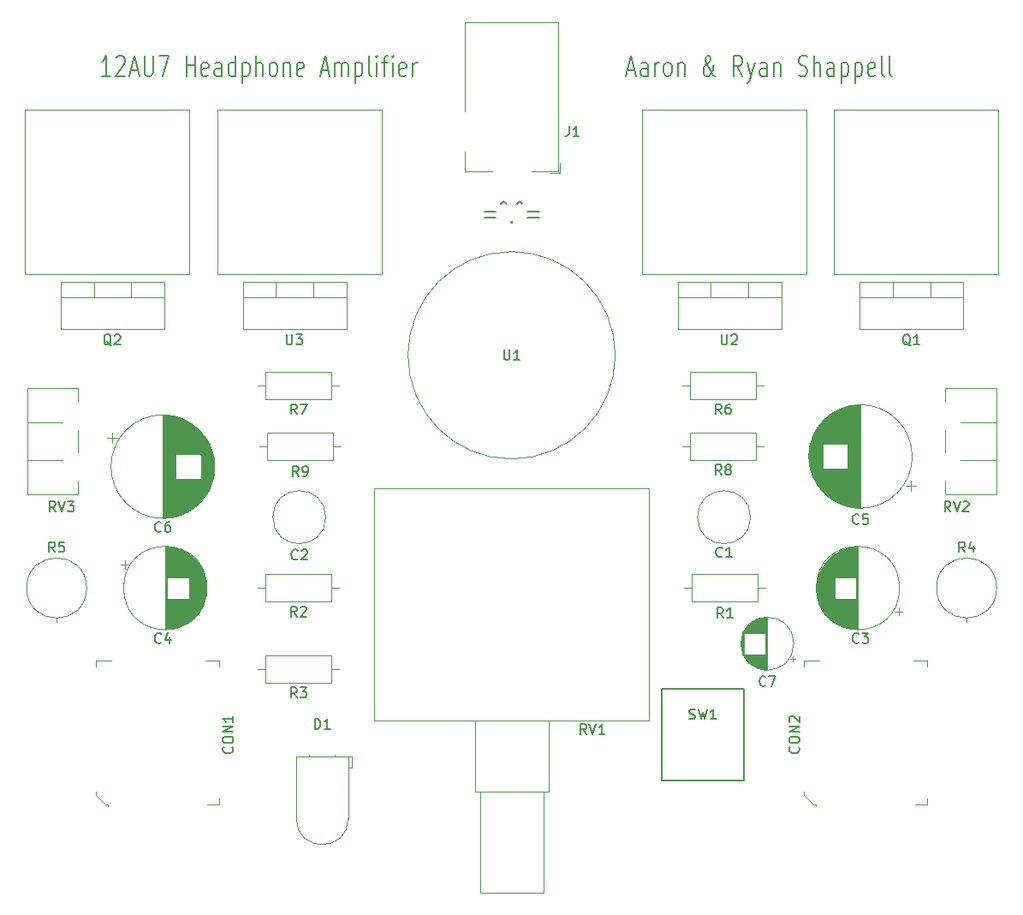
<source format=gbr>
G04 #@! TF.GenerationSoftware,KiCad,Pcbnew,(5.1.0)-1*
G04 #@! TF.CreationDate,2019-04-15T23:00:07-07:00*
G04 #@! TF.ProjectId,12AU7-Amplifier,31324155-372d-4416-9d70-6c6966696572,rev?*
G04 #@! TF.SameCoordinates,Original*
G04 #@! TF.FileFunction,Legend,Top*
G04 #@! TF.FilePolarity,Positive*
%FSLAX46Y46*%
G04 Gerber Fmt 4.6, Leading zero omitted, Abs format (unit mm)*
G04 Created by KiCad (PCBNEW (5.1.0)-1) date 2019-04-15 23:00:07*
%MOMM*%
%LPD*%
G04 APERTURE LIST*
%ADD10C,0.200000*%
%ADD11C,0.120000*%
%ADD12C,0.150000*%
%ADD13C,0.100000*%
G04 APERTURE END LIST*
D10*
X147285714Y-93837142D02*
X148428571Y-93837142D01*
X148428571Y-94408571D02*
X147285714Y-94408571D01*
X148928571Y-93075238D02*
X149214285Y-92789523D01*
X149500000Y-93075238D01*
X150000000Y-94694285D02*
X150071428Y-94789523D01*
X150000000Y-94884761D01*
X149928571Y-94789523D01*
X150000000Y-94694285D01*
X150000000Y-94884761D01*
X150500000Y-93075238D02*
X150785714Y-92789523D01*
X151071428Y-93075238D01*
X151571428Y-93837142D02*
X152714285Y-93837142D01*
X152714285Y-94408571D02*
X151571428Y-94408571D01*
X161464285Y-79833333D02*
X162178571Y-79833333D01*
X161321428Y-80404761D02*
X161821428Y-78404761D01*
X162321428Y-80404761D01*
X163464285Y-80404761D02*
X163464285Y-79357142D01*
X163392857Y-79166666D01*
X163250000Y-79071428D01*
X162964285Y-79071428D01*
X162821428Y-79166666D01*
X163464285Y-80309523D02*
X163321428Y-80404761D01*
X162964285Y-80404761D01*
X162821428Y-80309523D01*
X162750000Y-80119047D01*
X162750000Y-79928571D01*
X162821428Y-79738095D01*
X162964285Y-79642857D01*
X163321428Y-79642857D01*
X163464285Y-79547619D01*
X164178571Y-80404761D02*
X164178571Y-79071428D01*
X164178571Y-79452380D02*
X164250000Y-79261904D01*
X164321428Y-79166666D01*
X164464285Y-79071428D01*
X164607142Y-79071428D01*
X165321428Y-80404761D02*
X165178571Y-80309523D01*
X165107142Y-80214285D01*
X165035714Y-80023809D01*
X165035714Y-79452380D01*
X165107142Y-79261904D01*
X165178571Y-79166666D01*
X165321428Y-79071428D01*
X165535714Y-79071428D01*
X165678571Y-79166666D01*
X165750000Y-79261904D01*
X165821428Y-79452380D01*
X165821428Y-80023809D01*
X165750000Y-80214285D01*
X165678571Y-80309523D01*
X165535714Y-80404761D01*
X165321428Y-80404761D01*
X166464285Y-79071428D02*
X166464285Y-80404761D01*
X166464285Y-79261904D02*
X166535714Y-79166666D01*
X166678571Y-79071428D01*
X166892857Y-79071428D01*
X167035714Y-79166666D01*
X167107142Y-79357142D01*
X167107142Y-80404761D01*
X170178571Y-80404761D02*
X170107142Y-80404761D01*
X169964285Y-80309523D01*
X169750000Y-80023809D01*
X169392857Y-79452380D01*
X169250000Y-79166666D01*
X169178571Y-78880952D01*
X169178571Y-78690476D01*
X169250000Y-78500000D01*
X169392857Y-78404761D01*
X169464285Y-78404761D01*
X169607142Y-78500000D01*
X169678571Y-78690476D01*
X169678571Y-78785714D01*
X169607142Y-78976190D01*
X169535714Y-79071428D01*
X169107142Y-79452380D01*
X169035714Y-79547619D01*
X168964285Y-79738095D01*
X168964285Y-80023809D01*
X169035714Y-80214285D01*
X169107142Y-80309523D01*
X169250000Y-80404761D01*
X169464285Y-80404761D01*
X169607142Y-80309523D01*
X169678571Y-80214285D01*
X169892857Y-79833333D01*
X169964285Y-79547619D01*
X169964285Y-79357142D01*
X172821428Y-80404761D02*
X172321428Y-79452380D01*
X171964285Y-80404761D02*
X171964285Y-78404761D01*
X172535714Y-78404761D01*
X172678571Y-78500000D01*
X172750000Y-78595238D01*
X172821428Y-78785714D01*
X172821428Y-79071428D01*
X172750000Y-79261904D01*
X172678571Y-79357142D01*
X172535714Y-79452380D01*
X171964285Y-79452380D01*
X173321428Y-79071428D02*
X173678571Y-80404761D01*
X174035714Y-79071428D02*
X173678571Y-80404761D01*
X173535714Y-80880952D01*
X173464285Y-80976190D01*
X173321428Y-81071428D01*
X175250000Y-80404761D02*
X175250000Y-79357142D01*
X175178571Y-79166666D01*
X175035714Y-79071428D01*
X174750000Y-79071428D01*
X174607142Y-79166666D01*
X175250000Y-80309523D02*
X175107142Y-80404761D01*
X174750000Y-80404761D01*
X174607142Y-80309523D01*
X174535714Y-80119047D01*
X174535714Y-79928571D01*
X174607142Y-79738095D01*
X174750000Y-79642857D01*
X175107142Y-79642857D01*
X175250000Y-79547619D01*
X175964285Y-79071428D02*
X175964285Y-80404761D01*
X175964285Y-79261904D02*
X176035714Y-79166666D01*
X176178571Y-79071428D01*
X176392857Y-79071428D01*
X176535714Y-79166666D01*
X176607142Y-79357142D01*
X176607142Y-80404761D01*
X178392857Y-80309523D02*
X178607142Y-80404761D01*
X178964285Y-80404761D01*
X179107142Y-80309523D01*
X179178571Y-80214285D01*
X179250000Y-80023809D01*
X179250000Y-79833333D01*
X179178571Y-79642857D01*
X179107142Y-79547619D01*
X178964285Y-79452380D01*
X178678571Y-79357142D01*
X178535714Y-79261904D01*
X178464285Y-79166666D01*
X178392857Y-78976190D01*
X178392857Y-78785714D01*
X178464285Y-78595238D01*
X178535714Y-78500000D01*
X178678571Y-78404761D01*
X179035714Y-78404761D01*
X179250000Y-78500000D01*
X179892857Y-80404761D02*
X179892857Y-78404761D01*
X180535714Y-80404761D02*
X180535714Y-79357142D01*
X180464285Y-79166666D01*
X180321428Y-79071428D01*
X180107142Y-79071428D01*
X179964285Y-79166666D01*
X179892857Y-79261904D01*
X181892857Y-80404761D02*
X181892857Y-79357142D01*
X181821428Y-79166666D01*
X181678571Y-79071428D01*
X181392857Y-79071428D01*
X181250000Y-79166666D01*
X181892857Y-80309523D02*
X181750000Y-80404761D01*
X181392857Y-80404761D01*
X181250000Y-80309523D01*
X181178571Y-80119047D01*
X181178571Y-79928571D01*
X181250000Y-79738095D01*
X181392857Y-79642857D01*
X181750000Y-79642857D01*
X181892857Y-79547619D01*
X182607142Y-79071428D02*
X182607142Y-81071428D01*
X182607142Y-79166666D02*
X182750000Y-79071428D01*
X183035714Y-79071428D01*
X183178571Y-79166666D01*
X183250000Y-79261904D01*
X183321428Y-79452380D01*
X183321428Y-80023809D01*
X183250000Y-80214285D01*
X183178571Y-80309523D01*
X183035714Y-80404761D01*
X182750000Y-80404761D01*
X182607142Y-80309523D01*
X183964285Y-79071428D02*
X183964285Y-81071428D01*
X183964285Y-79166666D02*
X184107142Y-79071428D01*
X184392857Y-79071428D01*
X184535714Y-79166666D01*
X184607142Y-79261904D01*
X184678571Y-79452380D01*
X184678571Y-80023809D01*
X184607142Y-80214285D01*
X184535714Y-80309523D01*
X184392857Y-80404761D01*
X184107142Y-80404761D01*
X183964285Y-80309523D01*
X185892857Y-80309523D02*
X185750000Y-80404761D01*
X185464285Y-80404761D01*
X185321428Y-80309523D01*
X185250000Y-80119047D01*
X185250000Y-79357142D01*
X185321428Y-79166666D01*
X185464285Y-79071428D01*
X185750000Y-79071428D01*
X185892857Y-79166666D01*
X185964285Y-79357142D01*
X185964285Y-79547619D01*
X185250000Y-79738095D01*
X186821428Y-80404761D02*
X186678571Y-80309523D01*
X186607142Y-80119047D01*
X186607142Y-78404761D01*
X187607142Y-80404761D02*
X187464285Y-80309523D01*
X187392857Y-80119047D01*
X187392857Y-78404761D01*
X110321428Y-80404761D02*
X109464285Y-80404761D01*
X109892857Y-80404761D02*
X109892857Y-78404761D01*
X109750000Y-78690476D01*
X109607142Y-78880952D01*
X109464285Y-78976190D01*
X110892857Y-78595238D02*
X110964285Y-78500000D01*
X111107142Y-78404761D01*
X111464285Y-78404761D01*
X111607142Y-78500000D01*
X111678571Y-78595238D01*
X111750000Y-78785714D01*
X111750000Y-78976190D01*
X111678571Y-79261904D01*
X110821428Y-80404761D01*
X111750000Y-80404761D01*
X112321428Y-79833333D02*
X113035714Y-79833333D01*
X112178571Y-80404761D02*
X112678571Y-78404761D01*
X113178571Y-80404761D01*
X113678571Y-78404761D02*
X113678571Y-80023809D01*
X113750000Y-80214285D01*
X113821428Y-80309523D01*
X113964285Y-80404761D01*
X114250000Y-80404761D01*
X114392857Y-80309523D01*
X114464285Y-80214285D01*
X114535714Y-80023809D01*
X114535714Y-78404761D01*
X115107142Y-78404761D02*
X116107142Y-78404761D01*
X115464285Y-80404761D01*
X117821428Y-80404761D02*
X117821428Y-78404761D01*
X117821428Y-79357142D02*
X118678571Y-79357142D01*
X118678571Y-80404761D02*
X118678571Y-78404761D01*
X119964285Y-80309523D02*
X119821428Y-80404761D01*
X119535714Y-80404761D01*
X119392857Y-80309523D01*
X119321428Y-80119047D01*
X119321428Y-79357142D01*
X119392857Y-79166666D01*
X119535714Y-79071428D01*
X119821428Y-79071428D01*
X119964285Y-79166666D01*
X120035714Y-79357142D01*
X120035714Y-79547619D01*
X119321428Y-79738095D01*
X121321428Y-80404761D02*
X121321428Y-79357142D01*
X121250000Y-79166666D01*
X121107142Y-79071428D01*
X120821428Y-79071428D01*
X120678571Y-79166666D01*
X121321428Y-80309523D02*
X121178571Y-80404761D01*
X120821428Y-80404761D01*
X120678571Y-80309523D01*
X120607142Y-80119047D01*
X120607142Y-79928571D01*
X120678571Y-79738095D01*
X120821428Y-79642857D01*
X121178571Y-79642857D01*
X121321428Y-79547619D01*
X122678571Y-80404761D02*
X122678571Y-78404761D01*
X122678571Y-80309523D02*
X122535714Y-80404761D01*
X122250000Y-80404761D01*
X122107142Y-80309523D01*
X122035714Y-80214285D01*
X121964285Y-80023809D01*
X121964285Y-79452380D01*
X122035714Y-79261904D01*
X122107142Y-79166666D01*
X122250000Y-79071428D01*
X122535714Y-79071428D01*
X122678571Y-79166666D01*
X123392857Y-79071428D02*
X123392857Y-81071428D01*
X123392857Y-79166666D02*
X123535714Y-79071428D01*
X123821428Y-79071428D01*
X123964285Y-79166666D01*
X124035714Y-79261904D01*
X124107142Y-79452380D01*
X124107142Y-80023809D01*
X124035714Y-80214285D01*
X123964285Y-80309523D01*
X123821428Y-80404761D01*
X123535714Y-80404761D01*
X123392857Y-80309523D01*
X124750000Y-80404761D02*
X124750000Y-78404761D01*
X125392857Y-80404761D02*
X125392857Y-79357142D01*
X125321428Y-79166666D01*
X125178571Y-79071428D01*
X124964285Y-79071428D01*
X124821428Y-79166666D01*
X124750000Y-79261904D01*
X126321428Y-80404761D02*
X126178571Y-80309523D01*
X126107142Y-80214285D01*
X126035714Y-80023809D01*
X126035714Y-79452380D01*
X126107142Y-79261904D01*
X126178571Y-79166666D01*
X126321428Y-79071428D01*
X126535714Y-79071428D01*
X126678571Y-79166666D01*
X126750000Y-79261904D01*
X126821428Y-79452380D01*
X126821428Y-80023809D01*
X126750000Y-80214285D01*
X126678571Y-80309523D01*
X126535714Y-80404761D01*
X126321428Y-80404761D01*
X127464285Y-79071428D02*
X127464285Y-80404761D01*
X127464285Y-79261904D02*
X127535714Y-79166666D01*
X127678571Y-79071428D01*
X127892857Y-79071428D01*
X128035714Y-79166666D01*
X128107142Y-79357142D01*
X128107142Y-80404761D01*
X129392857Y-80309523D02*
X129250000Y-80404761D01*
X128964285Y-80404761D01*
X128821428Y-80309523D01*
X128750000Y-80119047D01*
X128750000Y-79357142D01*
X128821428Y-79166666D01*
X128964285Y-79071428D01*
X129250000Y-79071428D01*
X129392857Y-79166666D01*
X129464285Y-79357142D01*
X129464285Y-79547619D01*
X128750000Y-79738095D01*
X131178571Y-79833333D02*
X131892857Y-79833333D01*
X131035714Y-80404761D02*
X131535714Y-78404761D01*
X132035714Y-80404761D01*
X132535714Y-80404761D02*
X132535714Y-79071428D01*
X132535714Y-79261904D02*
X132607142Y-79166666D01*
X132750000Y-79071428D01*
X132964285Y-79071428D01*
X133107142Y-79166666D01*
X133178571Y-79357142D01*
X133178571Y-80404761D01*
X133178571Y-79357142D02*
X133250000Y-79166666D01*
X133392857Y-79071428D01*
X133607142Y-79071428D01*
X133750000Y-79166666D01*
X133821428Y-79357142D01*
X133821428Y-80404761D01*
X134535714Y-79071428D02*
X134535714Y-81071428D01*
X134535714Y-79166666D02*
X134678571Y-79071428D01*
X134964285Y-79071428D01*
X135107142Y-79166666D01*
X135178571Y-79261904D01*
X135250000Y-79452380D01*
X135250000Y-80023809D01*
X135178571Y-80214285D01*
X135107142Y-80309523D01*
X134964285Y-80404761D01*
X134678571Y-80404761D01*
X134535714Y-80309523D01*
X136107142Y-80404761D02*
X135964285Y-80309523D01*
X135892857Y-80119047D01*
X135892857Y-78404761D01*
X136678571Y-80404761D02*
X136678571Y-79071428D01*
X136678571Y-78404761D02*
X136607142Y-78500000D01*
X136678571Y-78595238D01*
X136750000Y-78500000D01*
X136678571Y-78404761D01*
X136678571Y-78595238D01*
X137178571Y-79071428D02*
X137750000Y-79071428D01*
X137392857Y-80404761D02*
X137392857Y-78690476D01*
X137464285Y-78500000D01*
X137607142Y-78404761D01*
X137750000Y-78404761D01*
X138250000Y-80404761D02*
X138250000Y-79071428D01*
X138250000Y-78404761D02*
X138178571Y-78500000D01*
X138250000Y-78595238D01*
X138321428Y-78500000D01*
X138250000Y-78404761D01*
X138250000Y-78595238D01*
X139535714Y-80309523D02*
X139392857Y-80404761D01*
X139107142Y-80404761D01*
X138964285Y-80309523D01*
X138892857Y-80119047D01*
X138892857Y-79357142D01*
X138964285Y-79166666D01*
X139107142Y-79071428D01*
X139392857Y-79071428D01*
X139535714Y-79166666D01*
X139607142Y-79357142D01*
X139607142Y-79547619D01*
X138892857Y-79738095D01*
X140250000Y-80404761D02*
X140250000Y-79071428D01*
X140250000Y-79452380D02*
X140321428Y-79261904D01*
X140392857Y-79166666D01*
X140535714Y-79071428D01*
X140678571Y-79071428D01*
D11*
X195000000Y-133970000D02*
X195000000Y-134380000D01*
X197970000Y-131000000D02*
G75*
G03X197970000Y-131000000I-2970000J0D01*
G01*
X101870000Y-83740000D02*
X118130000Y-83740000D01*
X118130000Y-100000000D02*
X118130000Y-83740000D01*
X101870000Y-100000000D02*
X101870000Y-83740000D01*
X101870000Y-100000000D02*
X118130000Y-100000000D01*
X120870000Y-83740000D02*
X137130000Y-83740000D01*
X137130000Y-100000000D02*
X137130000Y-83740000D01*
X120870000Y-100000000D02*
X120870000Y-83740000D01*
X120870000Y-100000000D02*
X137130000Y-100000000D01*
X181870000Y-100000000D02*
X198130000Y-100000000D01*
X181870000Y-100000000D02*
X181870000Y-83740000D01*
X198130000Y-100000000D02*
X198130000Y-83740000D01*
X181870000Y-83740000D02*
X198130000Y-83740000D01*
X162870000Y-83740000D02*
X179130000Y-83740000D01*
X179130000Y-100000000D02*
X179130000Y-83740000D01*
X162870000Y-100000000D02*
X162870000Y-83740000D01*
X162870000Y-100000000D02*
X179130000Y-100000000D01*
D12*
X164840000Y-140970000D02*
X164840000Y-150060000D01*
X172980000Y-140970000D02*
X172980000Y-150060000D01*
X164840000Y-140970000D02*
X172980000Y-140970000D01*
X164840000Y-150060000D02*
X172980000Y-150060000D01*
D11*
X177834775Y-138225000D02*
X177834775Y-137725000D01*
X178084775Y-137975000D02*
X177584775Y-137975000D01*
X172679000Y-136784000D02*
X172679000Y-136216000D01*
X172719000Y-137018000D02*
X172719000Y-135982000D01*
X172759000Y-137177000D02*
X172759000Y-135823000D01*
X172799000Y-137305000D02*
X172799000Y-135695000D01*
X172839000Y-137415000D02*
X172839000Y-135585000D01*
X172879000Y-137511000D02*
X172879000Y-135489000D01*
X172919000Y-137598000D02*
X172919000Y-135402000D01*
X172959000Y-137678000D02*
X172959000Y-135322000D01*
X172999000Y-135460000D02*
X172999000Y-135249000D01*
X172999000Y-137751000D02*
X172999000Y-137540000D01*
X173039000Y-135460000D02*
X173039000Y-135181000D01*
X173039000Y-137819000D02*
X173039000Y-137540000D01*
X173079000Y-135460000D02*
X173079000Y-135117000D01*
X173079000Y-137883000D02*
X173079000Y-137540000D01*
X173119000Y-135460000D02*
X173119000Y-135057000D01*
X173119000Y-137943000D02*
X173119000Y-137540000D01*
X173159000Y-135460000D02*
X173159000Y-135000000D01*
X173159000Y-138000000D02*
X173159000Y-137540000D01*
X173199000Y-135460000D02*
X173199000Y-134946000D01*
X173199000Y-138054000D02*
X173199000Y-137540000D01*
X173239000Y-135460000D02*
X173239000Y-134895000D01*
X173239000Y-138105000D02*
X173239000Y-137540000D01*
X173279000Y-135460000D02*
X173279000Y-134847000D01*
X173279000Y-138153000D02*
X173279000Y-137540000D01*
X173319000Y-135460000D02*
X173319000Y-134801000D01*
X173319000Y-138199000D02*
X173319000Y-137540000D01*
X173359000Y-135460000D02*
X173359000Y-134757000D01*
X173359000Y-138243000D02*
X173359000Y-137540000D01*
X173399000Y-135460000D02*
X173399000Y-134715000D01*
X173399000Y-138285000D02*
X173399000Y-137540000D01*
X173439000Y-135460000D02*
X173439000Y-134674000D01*
X173439000Y-138326000D02*
X173439000Y-137540000D01*
X173479000Y-135460000D02*
X173479000Y-134636000D01*
X173479000Y-138364000D02*
X173479000Y-137540000D01*
X173519000Y-135460000D02*
X173519000Y-134599000D01*
X173519000Y-138401000D02*
X173519000Y-137540000D01*
X173559000Y-135460000D02*
X173559000Y-134563000D01*
X173559000Y-138437000D02*
X173559000Y-137540000D01*
X173599000Y-135460000D02*
X173599000Y-134529000D01*
X173599000Y-138471000D02*
X173599000Y-137540000D01*
X173639000Y-135460000D02*
X173639000Y-134496000D01*
X173639000Y-138504000D02*
X173639000Y-137540000D01*
X173679000Y-135460000D02*
X173679000Y-134465000D01*
X173679000Y-138535000D02*
X173679000Y-137540000D01*
X173719000Y-135460000D02*
X173719000Y-134435000D01*
X173719000Y-138565000D02*
X173719000Y-137540000D01*
X173759000Y-135460000D02*
X173759000Y-134405000D01*
X173759000Y-138595000D02*
X173759000Y-137540000D01*
X173799000Y-135460000D02*
X173799000Y-134378000D01*
X173799000Y-138622000D02*
X173799000Y-137540000D01*
X173839000Y-135460000D02*
X173839000Y-134351000D01*
X173839000Y-138649000D02*
X173839000Y-137540000D01*
X173879000Y-135460000D02*
X173879000Y-134325000D01*
X173879000Y-138675000D02*
X173879000Y-137540000D01*
X173919000Y-135460000D02*
X173919000Y-134300000D01*
X173919000Y-138700000D02*
X173919000Y-137540000D01*
X173959000Y-135460000D02*
X173959000Y-134276000D01*
X173959000Y-138724000D02*
X173959000Y-137540000D01*
X173999000Y-135460000D02*
X173999000Y-134253000D01*
X173999000Y-138747000D02*
X173999000Y-137540000D01*
X174039000Y-135460000D02*
X174039000Y-134232000D01*
X174039000Y-138768000D02*
X174039000Y-137540000D01*
X174079000Y-135460000D02*
X174079000Y-134210000D01*
X174079000Y-138790000D02*
X174079000Y-137540000D01*
X174119000Y-135460000D02*
X174119000Y-134190000D01*
X174119000Y-138810000D02*
X174119000Y-137540000D01*
X174159000Y-135460000D02*
X174159000Y-134171000D01*
X174159000Y-138829000D02*
X174159000Y-137540000D01*
X174199000Y-135460000D02*
X174199000Y-134152000D01*
X174199000Y-138848000D02*
X174199000Y-137540000D01*
X174239000Y-135460000D02*
X174239000Y-134135000D01*
X174239000Y-138865000D02*
X174239000Y-137540000D01*
X174279000Y-135460000D02*
X174279000Y-134118000D01*
X174279000Y-138882000D02*
X174279000Y-137540000D01*
X174319000Y-135460000D02*
X174319000Y-134102000D01*
X174319000Y-138898000D02*
X174319000Y-137540000D01*
X174359000Y-135460000D02*
X174359000Y-134086000D01*
X174359000Y-138914000D02*
X174359000Y-137540000D01*
X174399000Y-135460000D02*
X174399000Y-134072000D01*
X174399000Y-138928000D02*
X174399000Y-137540000D01*
X174439000Y-135460000D02*
X174439000Y-134058000D01*
X174439000Y-138942000D02*
X174439000Y-137540000D01*
X174479000Y-135460000D02*
X174479000Y-134045000D01*
X174479000Y-138955000D02*
X174479000Y-137540000D01*
X174519000Y-135460000D02*
X174519000Y-134032000D01*
X174519000Y-138968000D02*
X174519000Y-137540000D01*
X174559000Y-135460000D02*
X174559000Y-134020000D01*
X174559000Y-138980000D02*
X174559000Y-137540000D01*
X174600000Y-135460000D02*
X174600000Y-134009000D01*
X174600000Y-138991000D02*
X174600000Y-137540000D01*
X174640000Y-135460000D02*
X174640000Y-133999000D01*
X174640000Y-139001000D02*
X174640000Y-137540000D01*
X174680000Y-135460000D02*
X174680000Y-133989000D01*
X174680000Y-139011000D02*
X174680000Y-137540000D01*
X174720000Y-135460000D02*
X174720000Y-133980000D01*
X174720000Y-139020000D02*
X174720000Y-137540000D01*
X174760000Y-135460000D02*
X174760000Y-133972000D01*
X174760000Y-139028000D02*
X174760000Y-137540000D01*
X174800000Y-135460000D02*
X174800000Y-133964000D01*
X174800000Y-139036000D02*
X174800000Y-137540000D01*
X174840000Y-135460000D02*
X174840000Y-133957000D01*
X174840000Y-139043000D02*
X174840000Y-137540000D01*
X174880000Y-135460000D02*
X174880000Y-133950000D01*
X174880000Y-139050000D02*
X174880000Y-137540000D01*
X174920000Y-135460000D02*
X174920000Y-133944000D01*
X174920000Y-139056000D02*
X174920000Y-137540000D01*
X174960000Y-135460000D02*
X174960000Y-133939000D01*
X174960000Y-139061000D02*
X174960000Y-137540000D01*
X175000000Y-135460000D02*
X175000000Y-133935000D01*
X175000000Y-139065000D02*
X175000000Y-137540000D01*
X175040000Y-135460000D02*
X175040000Y-133931000D01*
X175040000Y-139069000D02*
X175040000Y-137540000D01*
X175080000Y-139073000D02*
X175080000Y-133927000D01*
X175120000Y-139076000D02*
X175120000Y-133924000D01*
X175160000Y-139078000D02*
X175160000Y-133922000D01*
X175200000Y-139079000D02*
X175200000Y-133921000D01*
X175240000Y-139080000D02*
X175240000Y-133920000D01*
X175280000Y-139080000D02*
X175280000Y-133920000D01*
X177900000Y-136500000D02*
G75*
G03X177900000Y-136500000I-2620000J0D01*
G01*
X153137780Y-161102600D02*
X146896780Y-161102600D01*
X153137780Y-151102600D02*
X146896780Y-151102600D01*
X146896780Y-151102600D02*
X146896780Y-161102600D01*
X153137780Y-151102600D02*
X153137780Y-161102600D01*
X153637780Y-151102600D02*
X146397780Y-151102600D01*
X153637780Y-144102600D02*
X146397780Y-144102600D01*
X146397780Y-144102600D02*
X146397780Y-151102600D01*
X153637780Y-144102600D02*
X153637780Y-151102600D01*
X163602960Y-144120000D02*
X136412260Y-144120000D01*
X163600000Y-121120000D02*
X136400000Y-121120000D01*
X136400000Y-121120000D02*
X136400000Y-144120000D01*
X163600000Y-121120000D02*
X163600000Y-144120000D01*
D13*
X180100000Y-152400000D02*
X180100000Y-152600000D01*
X179800000Y-152400000D02*
X180100000Y-152400000D01*
X178900000Y-151500000D02*
X179800000Y-152400000D01*
X178900000Y-151100000D02*
X178900000Y-151500000D01*
X178900000Y-138200000D02*
X180400000Y-138200000D01*
X178900000Y-138800000D02*
X178900000Y-138200000D01*
X191100000Y-138200000D02*
X189700000Y-138200000D01*
X191100000Y-138800000D02*
X191100000Y-138200000D01*
X191100000Y-152400000D02*
X189900000Y-152400000D01*
X191100000Y-151800000D02*
X191100000Y-152400000D01*
X110100000Y-152400000D02*
X110100000Y-152600000D01*
X109800000Y-152400000D02*
X110100000Y-152400000D01*
X108900000Y-151500000D02*
X109800000Y-152400000D01*
X108900000Y-151100000D02*
X108900000Y-151500000D01*
X108900000Y-138200000D02*
X110400000Y-138200000D01*
X108900000Y-138800000D02*
X108900000Y-138200000D01*
X121100000Y-138200000D02*
X119700000Y-138200000D01*
X121100000Y-138800000D02*
X121100000Y-138200000D01*
X121100000Y-152400000D02*
X119900000Y-152400000D01*
X121100000Y-151800000D02*
X121100000Y-152400000D01*
D11*
X160250000Y-108000000D02*
G75*
G03X160250000Y-108000000I-10250000J0D01*
G01*
X130391000Y-100730000D02*
X130391000Y-102240000D01*
X126690000Y-100730000D02*
X126690000Y-102240000D01*
X123420000Y-102240000D02*
X133660000Y-102240000D01*
X133660000Y-100730000D02*
X133660000Y-105371000D01*
X123420000Y-100730000D02*
X123420000Y-105371000D01*
X123420000Y-105371000D02*
X133660000Y-105371000D01*
X123420000Y-100730000D02*
X133660000Y-100730000D01*
X173391000Y-100730000D02*
X173391000Y-102240000D01*
X169690000Y-100730000D02*
X169690000Y-102240000D01*
X166420000Y-102240000D02*
X176660000Y-102240000D01*
X176660000Y-100730000D02*
X176660000Y-105371000D01*
X166420000Y-100730000D02*
X166420000Y-105371000D01*
X166420000Y-105371000D02*
X176660000Y-105371000D01*
X166420000Y-100730000D02*
X176660000Y-100730000D01*
X102080000Y-118370000D02*
X102080000Y-114630000D01*
X107121000Y-117574000D02*
X107121000Y-115425000D01*
X105619000Y-114630000D02*
X102080000Y-114630000D01*
X105619000Y-118370000D02*
X102080000Y-118370000D01*
X107121000Y-117574000D02*
X107121000Y-115425000D01*
X107121000Y-121771000D02*
X107121000Y-120426000D01*
X107121000Y-112575000D02*
X107121000Y-111230000D01*
X102080000Y-121771000D02*
X102080000Y-111230000D01*
X107121000Y-111230000D02*
X102080000Y-111230000D01*
X107121000Y-121771000D02*
X102080000Y-121771000D01*
X197920000Y-114630000D02*
X197920000Y-118370000D01*
X192879000Y-115426000D02*
X192879000Y-117575000D01*
X194381000Y-118370000D02*
X197920000Y-118370000D01*
X194381000Y-114630000D02*
X197920000Y-114630000D01*
X192879000Y-115426000D02*
X192879000Y-117575000D01*
X192879000Y-111229000D02*
X192879000Y-112574000D01*
X192879000Y-120425000D02*
X192879000Y-121770000D01*
X197920000Y-111229000D02*
X197920000Y-121770000D01*
X192879000Y-121770000D02*
X197920000Y-121770000D01*
X192879000Y-111229000D02*
X197920000Y-111229000D01*
X133120000Y-117000000D02*
X132350000Y-117000000D01*
X125040000Y-117000000D02*
X125810000Y-117000000D01*
X132350000Y-115630000D02*
X125810000Y-115630000D01*
X132350000Y-118370000D02*
X132350000Y-115630000D01*
X125810000Y-118370000D02*
X132350000Y-118370000D01*
X125810000Y-115630000D02*
X125810000Y-118370000D01*
X166880000Y-117000000D02*
X167650000Y-117000000D01*
X174960000Y-117000000D02*
X174190000Y-117000000D01*
X167650000Y-118370000D02*
X174190000Y-118370000D01*
X167650000Y-115630000D02*
X167650000Y-118370000D01*
X174190000Y-115630000D02*
X167650000Y-115630000D01*
X174190000Y-118370000D02*
X174190000Y-115630000D01*
X124880000Y-111000000D02*
X125650000Y-111000000D01*
X132960000Y-111000000D02*
X132190000Y-111000000D01*
X125650000Y-112370000D02*
X132190000Y-112370000D01*
X125650000Y-109630000D02*
X125650000Y-112370000D01*
X132190000Y-109630000D02*
X125650000Y-109630000D01*
X132190000Y-112370000D02*
X132190000Y-109630000D01*
X166880000Y-111000000D02*
X167650000Y-111000000D01*
X174960000Y-111000000D02*
X174190000Y-111000000D01*
X167650000Y-112370000D02*
X174190000Y-112370000D01*
X167650000Y-109630000D02*
X167650000Y-112370000D01*
X174190000Y-109630000D02*
X167650000Y-109630000D01*
X174190000Y-112370000D02*
X174190000Y-109630000D01*
X105000000Y-133970000D02*
X105000000Y-134380000D01*
X107970000Y-131000000D02*
G75*
G03X107970000Y-131000000I-2970000J0D01*
G01*
X124880000Y-131000000D02*
X125650000Y-131000000D01*
X132960000Y-131000000D02*
X132190000Y-131000000D01*
X125650000Y-132370000D02*
X132190000Y-132370000D01*
X125650000Y-129630000D02*
X125650000Y-132370000D01*
X132190000Y-129630000D02*
X125650000Y-129630000D01*
X132190000Y-132370000D02*
X132190000Y-129630000D01*
X175120000Y-131000000D02*
X174350000Y-131000000D01*
X167040000Y-131000000D02*
X167810000Y-131000000D01*
X174350000Y-129630000D02*
X167810000Y-129630000D01*
X174350000Y-132370000D02*
X174350000Y-129630000D01*
X167810000Y-132370000D02*
X174350000Y-132370000D01*
X167810000Y-129630000D02*
X167810000Y-132370000D01*
X132190000Y-140370000D02*
X132190000Y-137630000D01*
X132190000Y-137630000D02*
X125650000Y-137630000D01*
X125650000Y-137630000D02*
X125650000Y-140370000D01*
X125650000Y-140370000D02*
X132190000Y-140370000D01*
X132960000Y-139000000D02*
X132190000Y-139000000D01*
X124880000Y-139000000D02*
X125650000Y-139000000D01*
X112391000Y-100730000D02*
X112391000Y-102240000D01*
X108690000Y-100730000D02*
X108690000Y-102240000D01*
X105420000Y-102240000D02*
X115660000Y-102240000D01*
X115660000Y-100730000D02*
X115660000Y-105371000D01*
X105420000Y-100730000D02*
X105420000Y-105371000D01*
X105420000Y-105371000D02*
X115660000Y-105371000D01*
X105420000Y-100730000D02*
X115660000Y-100730000D01*
X191391000Y-100730000D02*
X191391000Y-102240000D01*
X187690000Y-100730000D02*
X187690000Y-102240000D01*
X184420000Y-102240000D02*
X194660000Y-102240000D01*
X194660000Y-100730000D02*
X194660000Y-105371000D01*
X184420000Y-100730000D02*
X184420000Y-105371000D01*
X184420000Y-105371000D02*
X194660000Y-105371000D01*
X184420000Y-100730000D02*
X194660000Y-100730000D01*
X154600000Y-89800000D02*
X152000000Y-89800000D01*
X154600000Y-75100000D02*
X154600000Y-89800000D01*
X145400000Y-89800000D02*
X145400000Y-87900000D01*
X148100000Y-89800000D02*
X145400000Y-89800000D01*
X145400000Y-75100000D02*
X154600000Y-75100000D01*
X145400000Y-83900000D02*
X145400000Y-75100000D01*
X154800000Y-88950000D02*
X154800000Y-90000000D01*
X153750000Y-90000000D02*
X154800000Y-90000000D01*
X132540000Y-147510000D02*
X132540000Y-147510000D01*
X132540000Y-147640000D02*
X132540000Y-147510000D01*
X132540000Y-147640000D02*
X132540000Y-147640000D01*
X132540000Y-147510000D02*
X132540000Y-147640000D01*
X130000000Y-147510000D02*
X130000000Y-147510000D01*
X130000000Y-147640000D02*
X130000000Y-147510000D01*
X130000000Y-147640000D02*
X130000000Y-147640000D01*
X130000000Y-147510000D02*
X130000000Y-147640000D01*
X133830000Y-147640000D02*
X134230000Y-147640000D01*
X133830000Y-148760000D02*
X133830000Y-147640000D01*
X134230000Y-148760000D02*
X133830000Y-148760000D01*
X134230000Y-147640000D02*
X134230000Y-148760000D01*
X128710000Y-147640000D02*
X133830000Y-147640000D01*
X133830000Y-147640000D02*
X133830000Y-153800000D01*
X128710000Y-147640000D02*
X128710000Y-153800000D01*
X133830000Y-153800000D02*
G75*
G02X128710000Y-153800000I-2560000J0D01*
G01*
X110520354Y-115625000D02*
X110520354Y-116625000D01*
X110020354Y-116125000D02*
X111020354Y-116125000D01*
X120581000Y-118401000D02*
X120581000Y-119599000D01*
X120541000Y-118138000D02*
X120541000Y-119862000D01*
X120501000Y-117938000D02*
X120501000Y-120062000D01*
X120461000Y-117770000D02*
X120461000Y-120230000D01*
X120421000Y-117622000D02*
X120421000Y-120378000D01*
X120381000Y-117490000D02*
X120381000Y-120510000D01*
X120341000Y-117370000D02*
X120341000Y-120630000D01*
X120301000Y-117258000D02*
X120301000Y-120742000D01*
X120261000Y-117154000D02*
X120261000Y-120846000D01*
X120221000Y-117056000D02*
X120221000Y-120944000D01*
X120181000Y-116963000D02*
X120181000Y-121037000D01*
X120141000Y-116875000D02*
X120141000Y-121125000D01*
X120101000Y-116791000D02*
X120101000Y-121209000D01*
X120061000Y-116711000D02*
X120061000Y-121289000D01*
X120021000Y-116635000D02*
X120021000Y-121365000D01*
X119981000Y-116561000D02*
X119981000Y-121439000D01*
X119941000Y-116490000D02*
X119941000Y-121510000D01*
X119901000Y-116421000D02*
X119901000Y-121579000D01*
X119861000Y-116355000D02*
X119861000Y-121645000D01*
X119821000Y-116291000D02*
X119821000Y-121709000D01*
X119781000Y-116230000D02*
X119781000Y-121770000D01*
X119741000Y-116170000D02*
X119741000Y-121830000D01*
X119701000Y-116111000D02*
X119701000Y-121889000D01*
X119661000Y-116055000D02*
X119661000Y-121945000D01*
X119621000Y-116000000D02*
X119621000Y-122000000D01*
X119581000Y-115946000D02*
X119581000Y-122054000D01*
X119541000Y-115894000D02*
X119541000Y-122106000D01*
X119501000Y-115844000D02*
X119501000Y-122156000D01*
X119461000Y-115794000D02*
X119461000Y-122206000D01*
X119421000Y-115746000D02*
X119421000Y-122254000D01*
X119381000Y-115699000D02*
X119381000Y-122301000D01*
X119341000Y-115653000D02*
X119341000Y-122347000D01*
X119301000Y-115608000D02*
X119301000Y-122392000D01*
X119261000Y-115564000D02*
X119261000Y-122436000D01*
X119221000Y-120241000D02*
X119221000Y-122478000D01*
X119221000Y-115522000D02*
X119221000Y-117759000D01*
X119181000Y-120241000D02*
X119181000Y-122520000D01*
X119181000Y-115480000D02*
X119181000Y-117759000D01*
X119141000Y-120241000D02*
X119141000Y-122561000D01*
X119141000Y-115439000D02*
X119141000Y-117759000D01*
X119101000Y-120241000D02*
X119101000Y-122601000D01*
X119101000Y-115399000D02*
X119101000Y-117759000D01*
X119061000Y-120241000D02*
X119061000Y-122640000D01*
X119061000Y-115360000D02*
X119061000Y-117759000D01*
X119021000Y-120241000D02*
X119021000Y-122679000D01*
X119021000Y-115321000D02*
X119021000Y-117759000D01*
X118981000Y-120241000D02*
X118981000Y-122716000D01*
X118981000Y-115284000D02*
X118981000Y-117759000D01*
X118941000Y-120241000D02*
X118941000Y-122753000D01*
X118941000Y-115247000D02*
X118941000Y-117759000D01*
X118901000Y-120241000D02*
X118901000Y-122789000D01*
X118901000Y-115211000D02*
X118901000Y-117759000D01*
X118861000Y-120241000D02*
X118861000Y-122824000D01*
X118861000Y-115176000D02*
X118861000Y-117759000D01*
X118821000Y-120241000D02*
X118821000Y-122858000D01*
X118821000Y-115142000D02*
X118821000Y-117759000D01*
X118781000Y-120241000D02*
X118781000Y-122892000D01*
X118781000Y-115108000D02*
X118781000Y-117759000D01*
X118741000Y-120241000D02*
X118741000Y-122925000D01*
X118741000Y-115075000D02*
X118741000Y-117759000D01*
X118701000Y-120241000D02*
X118701000Y-122957000D01*
X118701000Y-115043000D02*
X118701000Y-117759000D01*
X118661000Y-120241000D02*
X118661000Y-122989000D01*
X118661000Y-115011000D02*
X118661000Y-117759000D01*
X118621000Y-120241000D02*
X118621000Y-123020000D01*
X118621000Y-114980000D02*
X118621000Y-117759000D01*
X118581000Y-120241000D02*
X118581000Y-123050000D01*
X118581000Y-114950000D02*
X118581000Y-117759000D01*
X118541000Y-120241000D02*
X118541000Y-123080000D01*
X118541000Y-114920000D02*
X118541000Y-117759000D01*
X118501000Y-120241000D02*
X118501000Y-123110000D01*
X118501000Y-114890000D02*
X118501000Y-117759000D01*
X118461000Y-120241000D02*
X118461000Y-123138000D01*
X118461000Y-114862000D02*
X118461000Y-117759000D01*
X118421000Y-120241000D02*
X118421000Y-123166000D01*
X118421000Y-114834000D02*
X118421000Y-117759000D01*
X118381000Y-120241000D02*
X118381000Y-123194000D01*
X118381000Y-114806000D02*
X118381000Y-117759000D01*
X118341000Y-120241000D02*
X118341000Y-123221000D01*
X118341000Y-114779000D02*
X118341000Y-117759000D01*
X118301000Y-120241000D02*
X118301000Y-123247000D01*
X118301000Y-114753000D02*
X118301000Y-117759000D01*
X118261000Y-120241000D02*
X118261000Y-123273000D01*
X118261000Y-114727000D02*
X118261000Y-117759000D01*
X118221000Y-120241000D02*
X118221000Y-123298000D01*
X118221000Y-114702000D02*
X118221000Y-117759000D01*
X118181000Y-120241000D02*
X118181000Y-123323000D01*
X118181000Y-114677000D02*
X118181000Y-117759000D01*
X118141000Y-120241000D02*
X118141000Y-123347000D01*
X118141000Y-114653000D02*
X118141000Y-117759000D01*
X118101000Y-120241000D02*
X118101000Y-123371000D01*
X118101000Y-114629000D02*
X118101000Y-117759000D01*
X118061000Y-120241000D02*
X118061000Y-123395000D01*
X118061000Y-114605000D02*
X118061000Y-117759000D01*
X118021000Y-120241000D02*
X118021000Y-123417000D01*
X118021000Y-114583000D02*
X118021000Y-117759000D01*
X117981000Y-120241000D02*
X117981000Y-123440000D01*
X117981000Y-114560000D02*
X117981000Y-117759000D01*
X117941000Y-120241000D02*
X117941000Y-123462000D01*
X117941000Y-114538000D02*
X117941000Y-117759000D01*
X117901000Y-120241000D02*
X117901000Y-123483000D01*
X117901000Y-114517000D02*
X117901000Y-117759000D01*
X117861000Y-120241000D02*
X117861000Y-123504000D01*
X117861000Y-114496000D02*
X117861000Y-117759000D01*
X117821000Y-120241000D02*
X117821000Y-123525000D01*
X117821000Y-114475000D02*
X117821000Y-117759000D01*
X117781000Y-120241000D02*
X117781000Y-123545000D01*
X117781000Y-114455000D02*
X117781000Y-117759000D01*
X117741000Y-120241000D02*
X117741000Y-123564000D01*
X117741000Y-114436000D02*
X117741000Y-117759000D01*
X117701000Y-120241000D02*
X117701000Y-123584000D01*
X117701000Y-114416000D02*
X117701000Y-117759000D01*
X117661000Y-120241000D02*
X117661000Y-123603000D01*
X117661000Y-114397000D02*
X117661000Y-117759000D01*
X117621000Y-120241000D02*
X117621000Y-123621000D01*
X117621000Y-114379000D02*
X117621000Y-117759000D01*
X117581000Y-120241000D02*
X117581000Y-123639000D01*
X117581000Y-114361000D02*
X117581000Y-117759000D01*
X117541000Y-120241000D02*
X117541000Y-123657000D01*
X117541000Y-114343000D02*
X117541000Y-117759000D01*
X117501000Y-120241000D02*
X117501000Y-123674000D01*
X117501000Y-114326000D02*
X117501000Y-117759000D01*
X117461000Y-120241000D02*
X117461000Y-123690000D01*
X117461000Y-114310000D02*
X117461000Y-117759000D01*
X117421000Y-120241000D02*
X117421000Y-123707000D01*
X117421000Y-114293000D02*
X117421000Y-117759000D01*
X117381000Y-120241000D02*
X117381000Y-123723000D01*
X117381000Y-114277000D02*
X117381000Y-117759000D01*
X117341000Y-120241000D02*
X117341000Y-123738000D01*
X117341000Y-114262000D02*
X117341000Y-117759000D01*
X117301000Y-120241000D02*
X117301000Y-123754000D01*
X117301000Y-114246000D02*
X117301000Y-117759000D01*
X117261000Y-120241000D02*
X117261000Y-123768000D01*
X117261000Y-114232000D02*
X117261000Y-117759000D01*
X117221000Y-120241000D02*
X117221000Y-123783000D01*
X117221000Y-114217000D02*
X117221000Y-117759000D01*
X117181000Y-120241000D02*
X117181000Y-123797000D01*
X117181000Y-114203000D02*
X117181000Y-117759000D01*
X117141000Y-120241000D02*
X117141000Y-123811000D01*
X117141000Y-114189000D02*
X117141000Y-117759000D01*
X117101000Y-120241000D02*
X117101000Y-123824000D01*
X117101000Y-114176000D02*
X117101000Y-117759000D01*
X117061000Y-120241000D02*
X117061000Y-123837000D01*
X117061000Y-114163000D02*
X117061000Y-117759000D01*
X117021000Y-120241000D02*
X117021000Y-123850000D01*
X117021000Y-114150000D02*
X117021000Y-117759000D01*
X116981000Y-120241000D02*
X116981000Y-123862000D01*
X116981000Y-114138000D02*
X116981000Y-117759000D01*
X116941000Y-120241000D02*
X116941000Y-123874000D01*
X116941000Y-114126000D02*
X116941000Y-117759000D01*
X116901000Y-120241000D02*
X116901000Y-123885000D01*
X116901000Y-114115000D02*
X116901000Y-117759000D01*
X116861000Y-120241000D02*
X116861000Y-123897000D01*
X116861000Y-114103000D02*
X116861000Y-117759000D01*
X116821000Y-120241000D02*
X116821000Y-123907000D01*
X116821000Y-114093000D02*
X116821000Y-117759000D01*
X116781000Y-120241000D02*
X116781000Y-123918000D01*
X116781000Y-114082000D02*
X116781000Y-117759000D01*
X116741000Y-114072000D02*
X116741000Y-123928000D01*
X116701000Y-114062000D02*
X116701000Y-123938000D01*
X116661000Y-114053000D02*
X116661000Y-123947000D01*
X116621000Y-114044000D02*
X116621000Y-123956000D01*
X116581000Y-114035000D02*
X116581000Y-123965000D01*
X116541000Y-114026000D02*
X116541000Y-123974000D01*
X116501000Y-114018000D02*
X116501000Y-123982000D01*
X116461000Y-114010000D02*
X116461000Y-123990000D01*
X116421000Y-114003000D02*
X116421000Y-123997000D01*
X116381000Y-113996000D02*
X116381000Y-124004000D01*
X116341000Y-113989000D02*
X116341000Y-124011000D01*
X116301000Y-113982000D02*
X116301000Y-124018000D01*
X116261000Y-113976000D02*
X116261000Y-124024000D01*
X116221000Y-113970000D02*
X116221000Y-124030000D01*
X116180000Y-113965000D02*
X116180000Y-124035000D01*
X116140000Y-113960000D02*
X116140000Y-124040000D01*
X116100000Y-113955000D02*
X116100000Y-124045000D01*
X116060000Y-113950000D02*
X116060000Y-124050000D01*
X116020000Y-113946000D02*
X116020000Y-124054000D01*
X115980000Y-113942000D02*
X115980000Y-124058000D01*
X115940000Y-113938000D02*
X115940000Y-124062000D01*
X115900000Y-113935000D02*
X115900000Y-124065000D01*
X115860000Y-113932000D02*
X115860000Y-124068000D01*
X115820000Y-113930000D02*
X115820000Y-124070000D01*
X115780000Y-113927000D02*
X115780000Y-124073000D01*
X115740000Y-113925000D02*
X115740000Y-124075000D01*
X115700000Y-113923000D02*
X115700000Y-124077000D01*
X115660000Y-113922000D02*
X115660000Y-124078000D01*
X115620000Y-113921000D02*
X115620000Y-124079000D01*
X115580000Y-113920000D02*
X115580000Y-124080000D01*
X115540000Y-113920000D02*
X115540000Y-124080000D01*
X115500000Y-113920000D02*
X115500000Y-124080000D01*
X120620000Y-119000000D02*
G75*
G03X120620000Y-119000000I-5120000J0D01*
G01*
X189479646Y-121375000D02*
X189479646Y-120375000D01*
X189979646Y-120875000D02*
X188979646Y-120875000D01*
X179419000Y-118599000D02*
X179419000Y-117401000D01*
X179459000Y-118862000D02*
X179459000Y-117138000D01*
X179499000Y-119062000D02*
X179499000Y-116938000D01*
X179539000Y-119230000D02*
X179539000Y-116770000D01*
X179579000Y-119378000D02*
X179579000Y-116622000D01*
X179619000Y-119510000D02*
X179619000Y-116490000D01*
X179659000Y-119630000D02*
X179659000Y-116370000D01*
X179699000Y-119742000D02*
X179699000Y-116258000D01*
X179739000Y-119846000D02*
X179739000Y-116154000D01*
X179779000Y-119944000D02*
X179779000Y-116056000D01*
X179819000Y-120037000D02*
X179819000Y-115963000D01*
X179859000Y-120125000D02*
X179859000Y-115875000D01*
X179899000Y-120209000D02*
X179899000Y-115791000D01*
X179939000Y-120289000D02*
X179939000Y-115711000D01*
X179979000Y-120365000D02*
X179979000Y-115635000D01*
X180019000Y-120439000D02*
X180019000Y-115561000D01*
X180059000Y-120510000D02*
X180059000Y-115490000D01*
X180099000Y-120579000D02*
X180099000Y-115421000D01*
X180139000Y-120645000D02*
X180139000Y-115355000D01*
X180179000Y-120709000D02*
X180179000Y-115291000D01*
X180219000Y-120770000D02*
X180219000Y-115230000D01*
X180259000Y-120830000D02*
X180259000Y-115170000D01*
X180299000Y-120889000D02*
X180299000Y-115111000D01*
X180339000Y-120945000D02*
X180339000Y-115055000D01*
X180379000Y-121000000D02*
X180379000Y-115000000D01*
X180419000Y-121054000D02*
X180419000Y-114946000D01*
X180459000Y-121106000D02*
X180459000Y-114894000D01*
X180499000Y-121156000D02*
X180499000Y-114844000D01*
X180539000Y-121206000D02*
X180539000Y-114794000D01*
X180579000Y-121254000D02*
X180579000Y-114746000D01*
X180619000Y-121301000D02*
X180619000Y-114699000D01*
X180659000Y-121347000D02*
X180659000Y-114653000D01*
X180699000Y-121392000D02*
X180699000Y-114608000D01*
X180739000Y-121436000D02*
X180739000Y-114564000D01*
X180779000Y-116759000D02*
X180779000Y-114522000D01*
X180779000Y-121478000D02*
X180779000Y-119241000D01*
X180819000Y-116759000D02*
X180819000Y-114480000D01*
X180819000Y-121520000D02*
X180819000Y-119241000D01*
X180859000Y-116759000D02*
X180859000Y-114439000D01*
X180859000Y-121561000D02*
X180859000Y-119241000D01*
X180899000Y-116759000D02*
X180899000Y-114399000D01*
X180899000Y-121601000D02*
X180899000Y-119241000D01*
X180939000Y-116759000D02*
X180939000Y-114360000D01*
X180939000Y-121640000D02*
X180939000Y-119241000D01*
X180979000Y-116759000D02*
X180979000Y-114321000D01*
X180979000Y-121679000D02*
X180979000Y-119241000D01*
X181019000Y-116759000D02*
X181019000Y-114284000D01*
X181019000Y-121716000D02*
X181019000Y-119241000D01*
X181059000Y-116759000D02*
X181059000Y-114247000D01*
X181059000Y-121753000D02*
X181059000Y-119241000D01*
X181099000Y-116759000D02*
X181099000Y-114211000D01*
X181099000Y-121789000D02*
X181099000Y-119241000D01*
X181139000Y-116759000D02*
X181139000Y-114176000D01*
X181139000Y-121824000D02*
X181139000Y-119241000D01*
X181179000Y-116759000D02*
X181179000Y-114142000D01*
X181179000Y-121858000D02*
X181179000Y-119241000D01*
X181219000Y-116759000D02*
X181219000Y-114108000D01*
X181219000Y-121892000D02*
X181219000Y-119241000D01*
X181259000Y-116759000D02*
X181259000Y-114075000D01*
X181259000Y-121925000D02*
X181259000Y-119241000D01*
X181299000Y-116759000D02*
X181299000Y-114043000D01*
X181299000Y-121957000D02*
X181299000Y-119241000D01*
X181339000Y-116759000D02*
X181339000Y-114011000D01*
X181339000Y-121989000D02*
X181339000Y-119241000D01*
X181379000Y-116759000D02*
X181379000Y-113980000D01*
X181379000Y-122020000D02*
X181379000Y-119241000D01*
X181419000Y-116759000D02*
X181419000Y-113950000D01*
X181419000Y-122050000D02*
X181419000Y-119241000D01*
X181459000Y-116759000D02*
X181459000Y-113920000D01*
X181459000Y-122080000D02*
X181459000Y-119241000D01*
X181499000Y-116759000D02*
X181499000Y-113890000D01*
X181499000Y-122110000D02*
X181499000Y-119241000D01*
X181539000Y-116759000D02*
X181539000Y-113862000D01*
X181539000Y-122138000D02*
X181539000Y-119241000D01*
X181579000Y-116759000D02*
X181579000Y-113834000D01*
X181579000Y-122166000D02*
X181579000Y-119241000D01*
X181619000Y-116759000D02*
X181619000Y-113806000D01*
X181619000Y-122194000D02*
X181619000Y-119241000D01*
X181659000Y-116759000D02*
X181659000Y-113779000D01*
X181659000Y-122221000D02*
X181659000Y-119241000D01*
X181699000Y-116759000D02*
X181699000Y-113753000D01*
X181699000Y-122247000D02*
X181699000Y-119241000D01*
X181739000Y-116759000D02*
X181739000Y-113727000D01*
X181739000Y-122273000D02*
X181739000Y-119241000D01*
X181779000Y-116759000D02*
X181779000Y-113702000D01*
X181779000Y-122298000D02*
X181779000Y-119241000D01*
X181819000Y-116759000D02*
X181819000Y-113677000D01*
X181819000Y-122323000D02*
X181819000Y-119241000D01*
X181859000Y-116759000D02*
X181859000Y-113653000D01*
X181859000Y-122347000D02*
X181859000Y-119241000D01*
X181899000Y-116759000D02*
X181899000Y-113629000D01*
X181899000Y-122371000D02*
X181899000Y-119241000D01*
X181939000Y-116759000D02*
X181939000Y-113605000D01*
X181939000Y-122395000D02*
X181939000Y-119241000D01*
X181979000Y-116759000D02*
X181979000Y-113583000D01*
X181979000Y-122417000D02*
X181979000Y-119241000D01*
X182019000Y-116759000D02*
X182019000Y-113560000D01*
X182019000Y-122440000D02*
X182019000Y-119241000D01*
X182059000Y-116759000D02*
X182059000Y-113538000D01*
X182059000Y-122462000D02*
X182059000Y-119241000D01*
X182099000Y-116759000D02*
X182099000Y-113517000D01*
X182099000Y-122483000D02*
X182099000Y-119241000D01*
X182139000Y-116759000D02*
X182139000Y-113496000D01*
X182139000Y-122504000D02*
X182139000Y-119241000D01*
X182179000Y-116759000D02*
X182179000Y-113475000D01*
X182179000Y-122525000D02*
X182179000Y-119241000D01*
X182219000Y-116759000D02*
X182219000Y-113455000D01*
X182219000Y-122545000D02*
X182219000Y-119241000D01*
X182259000Y-116759000D02*
X182259000Y-113436000D01*
X182259000Y-122564000D02*
X182259000Y-119241000D01*
X182299000Y-116759000D02*
X182299000Y-113416000D01*
X182299000Y-122584000D02*
X182299000Y-119241000D01*
X182339000Y-116759000D02*
X182339000Y-113397000D01*
X182339000Y-122603000D02*
X182339000Y-119241000D01*
X182379000Y-116759000D02*
X182379000Y-113379000D01*
X182379000Y-122621000D02*
X182379000Y-119241000D01*
X182419000Y-116759000D02*
X182419000Y-113361000D01*
X182419000Y-122639000D02*
X182419000Y-119241000D01*
X182459000Y-116759000D02*
X182459000Y-113343000D01*
X182459000Y-122657000D02*
X182459000Y-119241000D01*
X182499000Y-116759000D02*
X182499000Y-113326000D01*
X182499000Y-122674000D02*
X182499000Y-119241000D01*
X182539000Y-116759000D02*
X182539000Y-113310000D01*
X182539000Y-122690000D02*
X182539000Y-119241000D01*
X182579000Y-116759000D02*
X182579000Y-113293000D01*
X182579000Y-122707000D02*
X182579000Y-119241000D01*
X182619000Y-116759000D02*
X182619000Y-113277000D01*
X182619000Y-122723000D02*
X182619000Y-119241000D01*
X182659000Y-116759000D02*
X182659000Y-113262000D01*
X182659000Y-122738000D02*
X182659000Y-119241000D01*
X182699000Y-116759000D02*
X182699000Y-113246000D01*
X182699000Y-122754000D02*
X182699000Y-119241000D01*
X182739000Y-116759000D02*
X182739000Y-113232000D01*
X182739000Y-122768000D02*
X182739000Y-119241000D01*
X182779000Y-116759000D02*
X182779000Y-113217000D01*
X182779000Y-122783000D02*
X182779000Y-119241000D01*
X182819000Y-116759000D02*
X182819000Y-113203000D01*
X182819000Y-122797000D02*
X182819000Y-119241000D01*
X182859000Y-116759000D02*
X182859000Y-113189000D01*
X182859000Y-122811000D02*
X182859000Y-119241000D01*
X182899000Y-116759000D02*
X182899000Y-113176000D01*
X182899000Y-122824000D02*
X182899000Y-119241000D01*
X182939000Y-116759000D02*
X182939000Y-113163000D01*
X182939000Y-122837000D02*
X182939000Y-119241000D01*
X182979000Y-116759000D02*
X182979000Y-113150000D01*
X182979000Y-122850000D02*
X182979000Y-119241000D01*
X183019000Y-116759000D02*
X183019000Y-113138000D01*
X183019000Y-122862000D02*
X183019000Y-119241000D01*
X183059000Y-116759000D02*
X183059000Y-113126000D01*
X183059000Y-122874000D02*
X183059000Y-119241000D01*
X183099000Y-116759000D02*
X183099000Y-113115000D01*
X183099000Y-122885000D02*
X183099000Y-119241000D01*
X183139000Y-116759000D02*
X183139000Y-113103000D01*
X183139000Y-122897000D02*
X183139000Y-119241000D01*
X183179000Y-116759000D02*
X183179000Y-113093000D01*
X183179000Y-122907000D02*
X183179000Y-119241000D01*
X183219000Y-116759000D02*
X183219000Y-113082000D01*
X183219000Y-122918000D02*
X183219000Y-119241000D01*
X183259000Y-122928000D02*
X183259000Y-113072000D01*
X183299000Y-122938000D02*
X183299000Y-113062000D01*
X183339000Y-122947000D02*
X183339000Y-113053000D01*
X183379000Y-122956000D02*
X183379000Y-113044000D01*
X183419000Y-122965000D02*
X183419000Y-113035000D01*
X183459000Y-122974000D02*
X183459000Y-113026000D01*
X183499000Y-122982000D02*
X183499000Y-113018000D01*
X183539000Y-122990000D02*
X183539000Y-113010000D01*
X183579000Y-122997000D02*
X183579000Y-113003000D01*
X183619000Y-123004000D02*
X183619000Y-112996000D01*
X183659000Y-123011000D02*
X183659000Y-112989000D01*
X183699000Y-123018000D02*
X183699000Y-112982000D01*
X183739000Y-123024000D02*
X183739000Y-112976000D01*
X183779000Y-123030000D02*
X183779000Y-112970000D01*
X183820000Y-123035000D02*
X183820000Y-112965000D01*
X183860000Y-123040000D02*
X183860000Y-112960000D01*
X183900000Y-123045000D02*
X183900000Y-112955000D01*
X183940000Y-123050000D02*
X183940000Y-112950000D01*
X183980000Y-123054000D02*
X183980000Y-112946000D01*
X184020000Y-123058000D02*
X184020000Y-112942000D01*
X184060000Y-123062000D02*
X184060000Y-112938000D01*
X184100000Y-123065000D02*
X184100000Y-112935000D01*
X184140000Y-123068000D02*
X184140000Y-112932000D01*
X184180000Y-123070000D02*
X184180000Y-112930000D01*
X184220000Y-123073000D02*
X184220000Y-112927000D01*
X184260000Y-123075000D02*
X184260000Y-112925000D01*
X184300000Y-123077000D02*
X184300000Y-112923000D01*
X184340000Y-123078000D02*
X184340000Y-112922000D01*
X184380000Y-123079000D02*
X184380000Y-112921000D01*
X184420000Y-123080000D02*
X184420000Y-112920000D01*
X184460000Y-123080000D02*
X184460000Y-112920000D01*
X184500000Y-123080000D02*
X184500000Y-112920000D01*
X189620000Y-118000000D02*
G75*
G03X189620000Y-118000000I-5120000J0D01*
G01*
X111740302Y-128285000D02*
X111740302Y-129085000D01*
X111340302Y-128685000D02*
X112140302Y-128685000D01*
X119831000Y-130467000D02*
X119831000Y-131533000D01*
X119791000Y-130232000D02*
X119791000Y-131768000D01*
X119751000Y-130052000D02*
X119751000Y-131948000D01*
X119711000Y-129902000D02*
X119711000Y-132098000D01*
X119671000Y-129771000D02*
X119671000Y-132229000D01*
X119631000Y-129654000D02*
X119631000Y-132346000D01*
X119591000Y-129547000D02*
X119591000Y-132453000D01*
X119551000Y-129448000D02*
X119551000Y-132552000D01*
X119511000Y-129355000D02*
X119511000Y-132645000D01*
X119471000Y-129269000D02*
X119471000Y-132731000D01*
X119431000Y-129187000D02*
X119431000Y-132813000D01*
X119391000Y-129110000D02*
X119391000Y-132890000D01*
X119351000Y-129036000D02*
X119351000Y-132964000D01*
X119311000Y-128966000D02*
X119311000Y-133034000D01*
X119271000Y-128898000D02*
X119271000Y-133102000D01*
X119231000Y-128834000D02*
X119231000Y-133166000D01*
X119191000Y-128772000D02*
X119191000Y-133228000D01*
X119151000Y-128713000D02*
X119151000Y-133287000D01*
X119111000Y-128655000D02*
X119111000Y-133345000D01*
X119071000Y-128600000D02*
X119071000Y-133400000D01*
X119031000Y-128546000D02*
X119031000Y-133454000D01*
X118991000Y-128495000D02*
X118991000Y-133505000D01*
X118951000Y-128444000D02*
X118951000Y-133556000D01*
X118911000Y-128396000D02*
X118911000Y-133604000D01*
X118871000Y-128349000D02*
X118871000Y-133651000D01*
X118831000Y-128303000D02*
X118831000Y-133697000D01*
X118791000Y-128259000D02*
X118791000Y-133741000D01*
X118751000Y-128216000D02*
X118751000Y-133784000D01*
X118711000Y-128174000D02*
X118711000Y-133826000D01*
X118671000Y-128133000D02*
X118671000Y-133867000D01*
X118631000Y-128093000D02*
X118631000Y-133907000D01*
X118591000Y-128055000D02*
X118591000Y-133945000D01*
X118551000Y-128017000D02*
X118551000Y-133983000D01*
X118511000Y-127981000D02*
X118511000Y-134019000D01*
X118471000Y-127945000D02*
X118471000Y-134055000D01*
X118431000Y-127910000D02*
X118431000Y-134090000D01*
X118391000Y-127876000D02*
X118391000Y-134124000D01*
X118351000Y-127844000D02*
X118351000Y-134156000D01*
X118311000Y-127811000D02*
X118311000Y-134189000D01*
X118271000Y-127780000D02*
X118271000Y-134220000D01*
X118231000Y-127750000D02*
X118231000Y-134250000D01*
X118191000Y-127720000D02*
X118191000Y-134280000D01*
X118151000Y-127691000D02*
X118151000Y-134309000D01*
X118111000Y-127662000D02*
X118111000Y-134338000D01*
X118071000Y-127635000D02*
X118071000Y-134365000D01*
X118031000Y-132040000D02*
X118031000Y-134392000D01*
X118031000Y-127608000D02*
X118031000Y-129960000D01*
X117991000Y-132040000D02*
X117991000Y-134418000D01*
X117991000Y-127582000D02*
X117991000Y-129960000D01*
X117951000Y-132040000D02*
X117951000Y-134444000D01*
X117951000Y-127556000D02*
X117951000Y-129960000D01*
X117911000Y-132040000D02*
X117911000Y-134469000D01*
X117911000Y-127531000D02*
X117911000Y-129960000D01*
X117871000Y-132040000D02*
X117871000Y-134493000D01*
X117871000Y-127507000D02*
X117871000Y-129960000D01*
X117831000Y-132040000D02*
X117831000Y-134517000D01*
X117831000Y-127483000D02*
X117831000Y-129960000D01*
X117791000Y-132040000D02*
X117791000Y-134540000D01*
X117791000Y-127460000D02*
X117791000Y-129960000D01*
X117751000Y-132040000D02*
X117751000Y-134562000D01*
X117751000Y-127438000D02*
X117751000Y-129960000D01*
X117711000Y-132040000D02*
X117711000Y-134584000D01*
X117711000Y-127416000D02*
X117711000Y-129960000D01*
X117671000Y-132040000D02*
X117671000Y-134606000D01*
X117671000Y-127394000D02*
X117671000Y-129960000D01*
X117631000Y-132040000D02*
X117631000Y-134627000D01*
X117631000Y-127373000D02*
X117631000Y-129960000D01*
X117591000Y-132040000D02*
X117591000Y-134647000D01*
X117591000Y-127353000D02*
X117591000Y-129960000D01*
X117551000Y-132040000D02*
X117551000Y-134666000D01*
X117551000Y-127334000D02*
X117551000Y-129960000D01*
X117511000Y-132040000D02*
X117511000Y-134686000D01*
X117511000Y-127314000D02*
X117511000Y-129960000D01*
X117471000Y-132040000D02*
X117471000Y-134704000D01*
X117471000Y-127296000D02*
X117471000Y-129960000D01*
X117431000Y-132040000D02*
X117431000Y-134722000D01*
X117431000Y-127278000D02*
X117431000Y-129960000D01*
X117391000Y-132040000D02*
X117391000Y-134740000D01*
X117391000Y-127260000D02*
X117391000Y-129960000D01*
X117351000Y-132040000D02*
X117351000Y-134757000D01*
X117351000Y-127243000D02*
X117351000Y-129960000D01*
X117311000Y-132040000D02*
X117311000Y-134774000D01*
X117311000Y-127226000D02*
X117311000Y-129960000D01*
X117271000Y-132040000D02*
X117271000Y-134790000D01*
X117271000Y-127210000D02*
X117271000Y-129960000D01*
X117231000Y-132040000D02*
X117231000Y-134805000D01*
X117231000Y-127195000D02*
X117231000Y-129960000D01*
X117191000Y-132040000D02*
X117191000Y-134821000D01*
X117191000Y-127179000D02*
X117191000Y-129960000D01*
X117151000Y-132040000D02*
X117151000Y-134835000D01*
X117151000Y-127165000D02*
X117151000Y-129960000D01*
X117111000Y-132040000D02*
X117111000Y-134850000D01*
X117111000Y-127150000D02*
X117111000Y-129960000D01*
X117071000Y-132040000D02*
X117071000Y-134863000D01*
X117071000Y-127137000D02*
X117071000Y-129960000D01*
X117031000Y-132040000D02*
X117031000Y-134877000D01*
X117031000Y-127123000D02*
X117031000Y-129960000D01*
X116991000Y-132040000D02*
X116991000Y-134889000D01*
X116991000Y-127111000D02*
X116991000Y-129960000D01*
X116951000Y-132040000D02*
X116951000Y-134902000D01*
X116951000Y-127098000D02*
X116951000Y-129960000D01*
X116911000Y-132040000D02*
X116911000Y-134914000D01*
X116911000Y-127086000D02*
X116911000Y-129960000D01*
X116871000Y-132040000D02*
X116871000Y-134925000D01*
X116871000Y-127075000D02*
X116871000Y-129960000D01*
X116831000Y-132040000D02*
X116831000Y-134936000D01*
X116831000Y-127064000D02*
X116831000Y-129960000D01*
X116791000Y-132040000D02*
X116791000Y-134947000D01*
X116791000Y-127053000D02*
X116791000Y-129960000D01*
X116751000Y-132040000D02*
X116751000Y-134957000D01*
X116751000Y-127043000D02*
X116751000Y-129960000D01*
X116711000Y-132040000D02*
X116711000Y-134967000D01*
X116711000Y-127033000D02*
X116711000Y-129960000D01*
X116671000Y-132040000D02*
X116671000Y-134976000D01*
X116671000Y-127024000D02*
X116671000Y-129960000D01*
X116631000Y-132040000D02*
X116631000Y-134985000D01*
X116631000Y-127015000D02*
X116631000Y-129960000D01*
X116591000Y-132040000D02*
X116591000Y-134994000D01*
X116591000Y-127006000D02*
X116591000Y-129960000D01*
X116551000Y-132040000D02*
X116551000Y-135002000D01*
X116551000Y-126998000D02*
X116551000Y-129960000D01*
X116511000Y-132040000D02*
X116511000Y-135010000D01*
X116511000Y-126990000D02*
X116511000Y-129960000D01*
X116471000Y-132040000D02*
X116471000Y-135017000D01*
X116471000Y-126983000D02*
X116471000Y-129960000D01*
X116430000Y-132040000D02*
X116430000Y-135024000D01*
X116430000Y-126976000D02*
X116430000Y-129960000D01*
X116390000Y-132040000D02*
X116390000Y-135030000D01*
X116390000Y-126970000D02*
X116390000Y-129960000D01*
X116350000Y-132040000D02*
X116350000Y-135037000D01*
X116350000Y-126963000D02*
X116350000Y-129960000D01*
X116310000Y-132040000D02*
X116310000Y-135042000D01*
X116310000Y-126958000D02*
X116310000Y-129960000D01*
X116270000Y-132040000D02*
X116270000Y-135048000D01*
X116270000Y-126952000D02*
X116270000Y-129960000D01*
X116230000Y-132040000D02*
X116230000Y-135052000D01*
X116230000Y-126948000D02*
X116230000Y-129960000D01*
X116190000Y-132040000D02*
X116190000Y-135057000D01*
X116190000Y-126943000D02*
X116190000Y-129960000D01*
X116150000Y-132040000D02*
X116150000Y-135061000D01*
X116150000Y-126939000D02*
X116150000Y-129960000D01*
X116110000Y-132040000D02*
X116110000Y-135065000D01*
X116110000Y-126935000D02*
X116110000Y-129960000D01*
X116070000Y-132040000D02*
X116070000Y-135068000D01*
X116070000Y-126932000D02*
X116070000Y-129960000D01*
X116030000Y-132040000D02*
X116030000Y-135071000D01*
X116030000Y-126929000D02*
X116030000Y-129960000D01*
X115990000Y-132040000D02*
X115990000Y-135074000D01*
X115990000Y-126926000D02*
X115990000Y-129960000D01*
X115950000Y-126924000D02*
X115950000Y-135076000D01*
X115910000Y-126923000D02*
X115910000Y-135077000D01*
X115870000Y-126921000D02*
X115870000Y-135079000D01*
X115830000Y-126920000D02*
X115830000Y-135080000D01*
X115790000Y-126920000D02*
X115790000Y-135080000D01*
X115750000Y-126920000D02*
X115750000Y-135080000D01*
X119870000Y-131000000D02*
G75*
G03X119870000Y-131000000I-4120000J0D01*
G01*
X188259698Y-133715000D02*
X188259698Y-132915000D01*
X188659698Y-133315000D02*
X187859698Y-133315000D01*
X180169000Y-131533000D02*
X180169000Y-130467000D01*
X180209000Y-131768000D02*
X180209000Y-130232000D01*
X180249000Y-131948000D02*
X180249000Y-130052000D01*
X180289000Y-132098000D02*
X180289000Y-129902000D01*
X180329000Y-132229000D02*
X180329000Y-129771000D01*
X180369000Y-132346000D02*
X180369000Y-129654000D01*
X180409000Y-132453000D02*
X180409000Y-129547000D01*
X180449000Y-132552000D02*
X180449000Y-129448000D01*
X180489000Y-132645000D02*
X180489000Y-129355000D01*
X180529000Y-132731000D02*
X180529000Y-129269000D01*
X180569000Y-132813000D02*
X180569000Y-129187000D01*
X180609000Y-132890000D02*
X180609000Y-129110000D01*
X180649000Y-132964000D02*
X180649000Y-129036000D01*
X180689000Y-133034000D02*
X180689000Y-128966000D01*
X180729000Y-133102000D02*
X180729000Y-128898000D01*
X180769000Y-133166000D02*
X180769000Y-128834000D01*
X180809000Y-133228000D02*
X180809000Y-128772000D01*
X180849000Y-133287000D02*
X180849000Y-128713000D01*
X180889000Y-133345000D02*
X180889000Y-128655000D01*
X180929000Y-133400000D02*
X180929000Y-128600000D01*
X180969000Y-133454000D02*
X180969000Y-128546000D01*
X181009000Y-133505000D02*
X181009000Y-128495000D01*
X181049000Y-133556000D02*
X181049000Y-128444000D01*
X181089000Y-133604000D02*
X181089000Y-128396000D01*
X181129000Y-133651000D02*
X181129000Y-128349000D01*
X181169000Y-133697000D02*
X181169000Y-128303000D01*
X181209000Y-133741000D02*
X181209000Y-128259000D01*
X181249000Y-133784000D02*
X181249000Y-128216000D01*
X181289000Y-133826000D02*
X181289000Y-128174000D01*
X181329000Y-133867000D02*
X181329000Y-128133000D01*
X181369000Y-133907000D02*
X181369000Y-128093000D01*
X181409000Y-133945000D02*
X181409000Y-128055000D01*
X181449000Y-133983000D02*
X181449000Y-128017000D01*
X181489000Y-134019000D02*
X181489000Y-127981000D01*
X181529000Y-134055000D02*
X181529000Y-127945000D01*
X181569000Y-134090000D02*
X181569000Y-127910000D01*
X181609000Y-134124000D02*
X181609000Y-127876000D01*
X181649000Y-134156000D02*
X181649000Y-127844000D01*
X181689000Y-134189000D02*
X181689000Y-127811000D01*
X181729000Y-134220000D02*
X181729000Y-127780000D01*
X181769000Y-134250000D02*
X181769000Y-127750000D01*
X181809000Y-134280000D02*
X181809000Y-127720000D01*
X181849000Y-134309000D02*
X181849000Y-127691000D01*
X181889000Y-134338000D02*
X181889000Y-127662000D01*
X181929000Y-134365000D02*
X181929000Y-127635000D01*
X181969000Y-129960000D02*
X181969000Y-127608000D01*
X181969000Y-134392000D02*
X181969000Y-132040000D01*
X182009000Y-129960000D02*
X182009000Y-127582000D01*
X182009000Y-134418000D02*
X182009000Y-132040000D01*
X182049000Y-129960000D02*
X182049000Y-127556000D01*
X182049000Y-134444000D02*
X182049000Y-132040000D01*
X182089000Y-129960000D02*
X182089000Y-127531000D01*
X182089000Y-134469000D02*
X182089000Y-132040000D01*
X182129000Y-129960000D02*
X182129000Y-127507000D01*
X182129000Y-134493000D02*
X182129000Y-132040000D01*
X182169000Y-129960000D02*
X182169000Y-127483000D01*
X182169000Y-134517000D02*
X182169000Y-132040000D01*
X182209000Y-129960000D02*
X182209000Y-127460000D01*
X182209000Y-134540000D02*
X182209000Y-132040000D01*
X182249000Y-129960000D02*
X182249000Y-127438000D01*
X182249000Y-134562000D02*
X182249000Y-132040000D01*
X182289000Y-129960000D02*
X182289000Y-127416000D01*
X182289000Y-134584000D02*
X182289000Y-132040000D01*
X182329000Y-129960000D02*
X182329000Y-127394000D01*
X182329000Y-134606000D02*
X182329000Y-132040000D01*
X182369000Y-129960000D02*
X182369000Y-127373000D01*
X182369000Y-134627000D02*
X182369000Y-132040000D01*
X182409000Y-129960000D02*
X182409000Y-127353000D01*
X182409000Y-134647000D02*
X182409000Y-132040000D01*
X182449000Y-129960000D02*
X182449000Y-127334000D01*
X182449000Y-134666000D02*
X182449000Y-132040000D01*
X182489000Y-129960000D02*
X182489000Y-127314000D01*
X182489000Y-134686000D02*
X182489000Y-132040000D01*
X182529000Y-129960000D02*
X182529000Y-127296000D01*
X182529000Y-134704000D02*
X182529000Y-132040000D01*
X182569000Y-129960000D02*
X182569000Y-127278000D01*
X182569000Y-134722000D02*
X182569000Y-132040000D01*
X182609000Y-129960000D02*
X182609000Y-127260000D01*
X182609000Y-134740000D02*
X182609000Y-132040000D01*
X182649000Y-129960000D02*
X182649000Y-127243000D01*
X182649000Y-134757000D02*
X182649000Y-132040000D01*
X182689000Y-129960000D02*
X182689000Y-127226000D01*
X182689000Y-134774000D02*
X182689000Y-132040000D01*
X182729000Y-129960000D02*
X182729000Y-127210000D01*
X182729000Y-134790000D02*
X182729000Y-132040000D01*
X182769000Y-129960000D02*
X182769000Y-127195000D01*
X182769000Y-134805000D02*
X182769000Y-132040000D01*
X182809000Y-129960000D02*
X182809000Y-127179000D01*
X182809000Y-134821000D02*
X182809000Y-132040000D01*
X182849000Y-129960000D02*
X182849000Y-127165000D01*
X182849000Y-134835000D02*
X182849000Y-132040000D01*
X182889000Y-129960000D02*
X182889000Y-127150000D01*
X182889000Y-134850000D02*
X182889000Y-132040000D01*
X182929000Y-129960000D02*
X182929000Y-127137000D01*
X182929000Y-134863000D02*
X182929000Y-132040000D01*
X182969000Y-129960000D02*
X182969000Y-127123000D01*
X182969000Y-134877000D02*
X182969000Y-132040000D01*
X183009000Y-129960000D02*
X183009000Y-127111000D01*
X183009000Y-134889000D02*
X183009000Y-132040000D01*
X183049000Y-129960000D02*
X183049000Y-127098000D01*
X183049000Y-134902000D02*
X183049000Y-132040000D01*
X183089000Y-129960000D02*
X183089000Y-127086000D01*
X183089000Y-134914000D02*
X183089000Y-132040000D01*
X183129000Y-129960000D02*
X183129000Y-127075000D01*
X183129000Y-134925000D02*
X183129000Y-132040000D01*
X183169000Y-129960000D02*
X183169000Y-127064000D01*
X183169000Y-134936000D02*
X183169000Y-132040000D01*
X183209000Y-129960000D02*
X183209000Y-127053000D01*
X183209000Y-134947000D02*
X183209000Y-132040000D01*
X183249000Y-129960000D02*
X183249000Y-127043000D01*
X183249000Y-134957000D02*
X183249000Y-132040000D01*
X183289000Y-129960000D02*
X183289000Y-127033000D01*
X183289000Y-134967000D02*
X183289000Y-132040000D01*
X183329000Y-129960000D02*
X183329000Y-127024000D01*
X183329000Y-134976000D02*
X183329000Y-132040000D01*
X183369000Y-129960000D02*
X183369000Y-127015000D01*
X183369000Y-134985000D02*
X183369000Y-132040000D01*
X183409000Y-129960000D02*
X183409000Y-127006000D01*
X183409000Y-134994000D02*
X183409000Y-132040000D01*
X183449000Y-129960000D02*
X183449000Y-126998000D01*
X183449000Y-135002000D02*
X183449000Y-132040000D01*
X183489000Y-129960000D02*
X183489000Y-126990000D01*
X183489000Y-135010000D02*
X183489000Y-132040000D01*
X183529000Y-129960000D02*
X183529000Y-126983000D01*
X183529000Y-135017000D02*
X183529000Y-132040000D01*
X183570000Y-129960000D02*
X183570000Y-126976000D01*
X183570000Y-135024000D02*
X183570000Y-132040000D01*
X183610000Y-129960000D02*
X183610000Y-126970000D01*
X183610000Y-135030000D02*
X183610000Y-132040000D01*
X183650000Y-129960000D02*
X183650000Y-126963000D01*
X183650000Y-135037000D02*
X183650000Y-132040000D01*
X183690000Y-129960000D02*
X183690000Y-126958000D01*
X183690000Y-135042000D02*
X183690000Y-132040000D01*
X183730000Y-129960000D02*
X183730000Y-126952000D01*
X183730000Y-135048000D02*
X183730000Y-132040000D01*
X183770000Y-129960000D02*
X183770000Y-126948000D01*
X183770000Y-135052000D02*
X183770000Y-132040000D01*
X183810000Y-129960000D02*
X183810000Y-126943000D01*
X183810000Y-135057000D02*
X183810000Y-132040000D01*
X183850000Y-129960000D02*
X183850000Y-126939000D01*
X183850000Y-135061000D02*
X183850000Y-132040000D01*
X183890000Y-129960000D02*
X183890000Y-126935000D01*
X183890000Y-135065000D02*
X183890000Y-132040000D01*
X183930000Y-129960000D02*
X183930000Y-126932000D01*
X183930000Y-135068000D02*
X183930000Y-132040000D01*
X183970000Y-129960000D02*
X183970000Y-126929000D01*
X183970000Y-135071000D02*
X183970000Y-132040000D01*
X184010000Y-129960000D02*
X184010000Y-126926000D01*
X184010000Y-135074000D02*
X184010000Y-132040000D01*
X184050000Y-135076000D02*
X184050000Y-126924000D01*
X184090000Y-135077000D02*
X184090000Y-126923000D01*
X184130000Y-135079000D02*
X184130000Y-126921000D01*
X184170000Y-135080000D02*
X184170000Y-126920000D01*
X184210000Y-135080000D02*
X184210000Y-126920000D01*
X184250000Y-135080000D02*
X184250000Y-126920000D01*
X188370000Y-131000000D02*
G75*
G03X188370000Y-131000000I-4120000J0D01*
G01*
X131620000Y-124000000D02*
G75*
G03X131620000Y-124000000I-2620000J0D01*
G01*
X173620000Y-124000000D02*
G75*
G03X173620000Y-124000000I-2620000J0D01*
G01*
D12*
X194833333Y-127452380D02*
X194500000Y-126976190D01*
X194261904Y-127452380D02*
X194261904Y-126452380D01*
X194642857Y-126452380D01*
X194738095Y-126500000D01*
X194785714Y-126547619D01*
X194833333Y-126642857D01*
X194833333Y-126785714D01*
X194785714Y-126880952D01*
X194738095Y-126928571D01*
X194642857Y-126976190D01*
X194261904Y-126976190D01*
X195690476Y-126785714D02*
X195690476Y-127452380D01*
X195452380Y-126404761D02*
X195214285Y-127119047D01*
X195833333Y-127119047D01*
X167576666Y-143914761D02*
X167719523Y-143962380D01*
X167957619Y-143962380D01*
X168052857Y-143914761D01*
X168100476Y-143867142D01*
X168148095Y-143771904D01*
X168148095Y-143676666D01*
X168100476Y-143581428D01*
X168052857Y-143533809D01*
X167957619Y-143486190D01*
X167767142Y-143438571D01*
X167671904Y-143390952D01*
X167624285Y-143343333D01*
X167576666Y-143248095D01*
X167576666Y-143152857D01*
X167624285Y-143057619D01*
X167671904Y-143010000D01*
X167767142Y-142962380D01*
X168005238Y-142962380D01*
X168148095Y-143010000D01*
X168481428Y-142962380D02*
X168719523Y-143962380D01*
X168910000Y-143248095D01*
X169100476Y-143962380D01*
X169338571Y-142962380D01*
X170243333Y-143962380D02*
X169671904Y-143962380D01*
X169957619Y-143962380D02*
X169957619Y-142962380D01*
X169862380Y-143105238D01*
X169767142Y-143200476D01*
X169671904Y-143248095D01*
X175113333Y-140607142D02*
X175065714Y-140654761D01*
X174922857Y-140702380D01*
X174827619Y-140702380D01*
X174684761Y-140654761D01*
X174589523Y-140559523D01*
X174541904Y-140464285D01*
X174494285Y-140273809D01*
X174494285Y-140130952D01*
X174541904Y-139940476D01*
X174589523Y-139845238D01*
X174684761Y-139750000D01*
X174827619Y-139702380D01*
X174922857Y-139702380D01*
X175065714Y-139750000D01*
X175113333Y-139797619D01*
X175446666Y-139702380D02*
X176113333Y-139702380D01*
X175684761Y-140702380D01*
X157404761Y-145452380D02*
X157071428Y-144976190D01*
X156833333Y-145452380D02*
X156833333Y-144452380D01*
X157214285Y-144452380D01*
X157309523Y-144500000D01*
X157357142Y-144547619D01*
X157404761Y-144642857D01*
X157404761Y-144785714D01*
X157357142Y-144880952D01*
X157309523Y-144928571D01*
X157214285Y-144976190D01*
X156833333Y-144976190D01*
X157690476Y-144452380D02*
X158023809Y-145452380D01*
X158357142Y-144452380D01*
X159214285Y-145452380D02*
X158642857Y-145452380D01*
X158928571Y-145452380D02*
X158928571Y-144452380D01*
X158833333Y-144595238D01*
X158738095Y-144690476D01*
X158642857Y-144738095D01*
X178357142Y-146714285D02*
X178404761Y-146761904D01*
X178452380Y-146904761D01*
X178452380Y-147000000D01*
X178404761Y-147142857D01*
X178309523Y-147238095D01*
X178214285Y-147285714D01*
X178023809Y-147333333D01*
X177880952Y-147333333D01*
X177690476Y-147285714D01*
X177595238Y-147238095D01*
X177500000Y-147142857D01*
X177452380Y-147000000D01*
X177452380Y-146904761D01*
X177500000Y-146761904D01*
X177547619Y-146714285D01*
X177452380Y-146095238D02*
X177452380Y-145904761D01*
X177500000Y-145809523D01*
X177595238Y-145714285D01*
X177785714Y-145666666D01*
X178119047Y-145666666D01*
X178309523Y-145714285D01*
X178404761Y-145809523D01*
X178452380Y-145904761D01*
X178452380Y-146095238D01*
X178404761Y-146190476D01*
X178309523Y-146285714D01*
X178119047Y-146333333D01*
X177785714Y-146333333D01*
X177595238Y-146285714D01*
X177500000Y-146190476D01*
X177452380Y-146095238D01*
X178452380Y-145238095D02*
X177452380Y-145238095D01*
X178452380Y-144666666D01*
X177452380Y-144666666D01*
X177547619Y-144238095D02*
X177500000Y-144190476D01*
X177452380Y-144095238D01*
X177452380Y-143857142D01*
X177500000Y-143761904D01*
X177547619Y-143714285D01*
X177642857Y-143666666D01*
X177738095Y-143666666D01*
X177880952Y-143714285D01*
X178452380Y-144285714D01*
X178452380Y-143666666D01*
X122357142Y-146714285D02*
X122404761Y-146761904D01*
X122452380Y-146904761D01*
X122452380Y-147000000D01*
X122404761Y-147142857D01*
X122309523Y-147238095D01*
X122214285Y-147285714D01*
X122023809Y-147333333D01*
X121880952Y-147333333D01*
X121690476Y-147285714D01*
X121595238Y-147238095D01*
X121500000Y-147142857D01*
X121452380Y-147000000D01*
X121452380Y-146904761D01*
X121500000Y-146761904D01*
X121547619Y-146714285D01*
X121452380Y-146095238D02*
X121452380Y-145904761D01*
X121500000Y-145809523D01*
X121595238Y-145714285D01*
X121785714Y-145666666D01*
X122119047Y-145666666D01*
X122309523Y-145714285D01*
X122404761Y-145809523D01*
X122452380Y-145904761D01*
X122452380Y-146095238D01*
X122404761Y-146190476D01*
X122309523Y-146285714D01*
X122119047Y-146333333D01*
X121785714Y-146333333D01*
X121595238Y-146285714D01*
X121500000Y-146190476D01*
X121452380Y-146095238D01*
X122452380Y-145238095D02*
X121452380Y-145238095D01*
X122452380Y-144666666D01*
X121452380Y-144666666D01*
X122452380Y-143666666D02*
X122452380Y-144238095D01*
X122452380Y-143952380D02*
X121452380Y-143952380D01*
X121595238Y-144047619D01*
X121690476Y-144142857D01*
X121738095Y-144238095D01*
X149238095Y-107452380D02*
X149238095Y-108261904D01*
X149285714Y-108357142D01*
X149333333Y-108404761D01*
X149428571Y-108452380D01*
X149619047Y-108452380D01*
X149714285Y-108404761D01*
X149761904Y-108357142D01*
X149809523Y-108261904D01*
X149809523Y-107452380D01*
X150809523Y-108452380D02*
X150238095Y-108452380D01*
X150523809Y-108452380D02*
X150523809Y-107452380D01*
X150428571Y-107595238D01*
X150333333Y-107690476D01*
X150238095Y-107738095D01*
X127738095Y-105952380D02*
X127738095Y-106761904D01*
X127785714Y-106857142D01*
X127833333Y-106904761D01*
X127928571Y-106952380D01*
X128119047Y-106952380D01*
X128214285Y-106904761D01*
X128261904Y-106857142D01*
X128309523Y-106761904D01*
X128309523Y-105952380D01*
X128690476Y-105952380D02*
X129309523Y-105952380D01*
X128976190Y-106333333D01*
X129119047Y-106333333D01*
X129214285Y-106380952D01*
X129261904Y-106428571D01*
X129309523Y-106523809D01*
X129309523Y-106761904D01*
X129261904Y-106857142D01*
X129214285Y-106904761D01*
X129119047Y-106952380D01*
X128833333Y-106952380D01*
X128738095Y-106904761D01*
X128690476Y-106857142D01*
X170738095Y-105952380D02*
X170738095Y-106761904D01*
X170785714Y-106857142D01*
X170833333Y-106904761D01*
X170928571Y-106952380D01*
X171119047Y-106952380D01*
X171214285Y-106904761D01*
X171261904Y-106857142D01*
X171309523Y-106761904D01*
X171309523Y-105952380D01*
X171738095Y-106047619D02*
X171785714Y-106000000D01*
X171880952Y-105952380D01*
X172119047Y-105952380D01*
X172214285Y-106000000D01*
X172261904Y-106047619D01*
X172309523Y-106142857D01*
X172309523Y-106238095D01*
X172261904Y-106380952D01*
X171690476Y-106952380D01*
X172309523Y-106952380D01*
X104904761Y-123452380D02*
X104571428Y-122976190D01*
X104333333Y-123452380D02*
X104333333Y-122452380D01*
X104714285Y-122452380D01*
X104809523Y-122500000D01*
X104857142Y-122547619D01*
X104904761Y-122642857D01*
X104904761Y-122785714D01*
X104857142Y-122880952D01*
X104809523Y-122928571D01*
X104714285Y-122976190D01*
X104333333Y-122976190D01*
X105190476Y-122452380D02*
X105523809Y-123452380D01*
X105857142Y-122452380D01*
X106095238Y-122452380D02*
X106714285Y-122452380D01*
X106380952Y-122833333D01*
X106523809Y-122833333D01*
X106619047Y-122880952D01*
X106666666Y-122928571D01*
X106714285Y-123023809D01*
X106714285Y-123261904D01*
X106666666Y-123357142D01*
X106619047Y-123404761D01*
X106523809Y-123452380D01*
X106238095Y-123452380D01*
X106142857Y-123404761D01*
X106095238Y-123357142D01*
X193404761Y-123452380D02*
X193071428Y-122976190D01*
X192833333Y-123452380D02*
X192833333Y-122452380D01*
X193214285Y-122452380D01*
X193309523Y-122500000D01*
X193357142Y-122547619D01*
X193404761Y-122642857D01*
X193404761Y-122785714D01*
X193357142Y-122880952D01*
X193309523Y-122928571D01*
X193214285Y-122976190D01*
X192833333Y-122976190D01*
X193690476Y-122452380D02*
X194023809Y-123452380D01*
X194357142Y-122452380D01*
X194642857Y-122547619D02*
X194690476Y-122500000D01*
X194785714Y-122452380D01*
X195023809Y-122452380D01*
X195119047Y-122500000D01*
X195166666Y-122547619D01*
X195214285Y-122642857D01*
X195214285Y-122738095D01*
X195166666Y-122880952D01*
X194595238Y-123452380D01*
X195214285Y-123452380D01*
X128913333Y-119952380D02*
X128580000Y-119476190D01*
X128341904Y-119952380D02*
X128341904Y-118952380D01*
X128722857Y-118952380D01*
X128818095Y-119000000D01*
X128865714Y-119047619D01*
X128913333Y-119142857D01*
X128913333Y-119285714D01*
X128865714Y-119380952D01*
X128818095Y-119428571D01*
X128722857Y-119476190D01*
X128341904Y-119476190D01*
X129389523Y-119952380D02*
X129580000Y-119952380D01*
X129675238Y-119904761D01*
X129722857Y-119857142D01*
X129818095Y-119714285D01*
X129865714Y-119523809D01*
X129865714Y-119142857D01*
X129818095Y-119047619D01*
X129770476Y-119000000D01*
X129675238Y-118952380D01*
X129484761Y-118952380D01*
X129389523Y-119000000D01*
X129341904Y-119047619D01*
X129294285Y-119142857D01*
X129294285Y-119380952D01*
X129341904Y-119476190D01*
X129389523Y-119523809D01*
X129484761Y-119571428D01*
X129675238Y-119571428D01*
X129770476Y-119523809D01*
X129818095Y-119476190D01*
X129865714Y-119380952D01*
X170753333Y-119822380D02*
X170420000Y-119346190D01*
X170181904Y-119822380D02*
X170181904Y-118822380D01*
X170562857Y-118822380D01*
X170658095Y-118870000D01*
X170705714Y-118917619D01*
X170753333Y-119012857D01*
X170753333Y-119155714D01*
X170705714Y-119250952D01*
X170658095Y-119298571D01*
X170562857Y-119346190D01*
X170181904Y-119346190D01*
X171324761Y-119250952D02*
X171229523Y-119203333D01*
X171181904Y-119155714D01*
X171134285Y-119060476D01*
X171134285Y-119012857D01*
X171181904Y-118917619D01*
X171229523Y-118870000D01*
X171324761Y-118822380D01*
X171515238Y-118822380D01*
X171610476Y-118870000D01*
X171658095Y-118917619D01*
X171705714Y-119012857D01*
X171705714Y-119060476D01*
X171658095Y-119155714D01*
X171610476Y-119203333D01*
X171515238Y-119250952D01*
X171324761Y-119250952D01*
X171229523Y-119298571D01*
X171181904Y-119346190D01*
X171134285Y-119441428D01*
X171134285Y-119631904D01*
X171181904Y-119727142D01*
X171229523Y-119774761D01*
X171324761Y-119822380D01*
X171515238Y-119822380D01*
X171610476Y-119774761D01*
X171658095Y-119727142D01*
X171705714Y-119631904D01*
X171705714Y-119441428D01*
X171658095Y-119346190D01*
X171610476Y-119298571D01*
X171515238Y-119250952D01*
X128753333Y-113822380D02*
X128420000Y-113346190D01*
X128181904Y-113822380D02*
X128181904Y-112822380D01*
X128562857Y-112822380D01*
X128658095Y-112870000D01*
X128705714Y-112917619D01*
X128753333Y-113012857D01*
X128753333Y-113155714D01*
X128705714Y-113250952D01*
X128658095Y-113298571D01*
X128562857Y-113346190D01*
X128181904Y-113346190D01*
X129086666Y-112822380D02*
X129753333Y-112822380D01*
X129324761Y-113822380D01*
X170753333Y-113822380D02*
X170420000Y-113346190D01*
X170181904Y-113822380D02*
X170181904Y-112822380D01*
X170562857Y-112822380D01*
X170658095Y-112870000D01*
X170705714Y-112917619D01*
X170753333Y-113012857D01*
X170753333Y-113155714D01*
X170705714Y-113250952D01*
X170658095Y-113298571D01*
X170562857Y-113346190D01*
X170181904Y-113346190D01*
X171610476Y-112822380D02*
X171420000Y-112822380D01*
X171324761Y-112870000D01*
X171277142Y-112917619D01*
X171181904Y-113060476D01*
X171134285Y-113250952D01*
X171134285Y-113631904D01*
X171181904Y-113727142D01*
X171229523Y-113774761D01*
X171324761Y-113822380D01*
X171515238Y-113822380D01*
X171610476Y-113774761D01*
X171658095Y-113727142D01*
X171705714Y-113631904D01*
X171705714Y-113393809D01*
X171658095Y-113298571D01*
X171610476Y-113250952D01*
X171515238Y-113203333D01*
X171324761Y-113203333D01*
X171229523Y-113250952D01*
X171181904Y-113298571D01*
X171134285Y-113393809D01*
X104833333Y-127452380D02*
X104500000Y-126976190D01*
X104261904Y-127452380D02*
X104261904Y-126452380D01*
X104642857Y-126452380D01*
X104738095Y-126500000D01*
X104785714Y-126547619D01*
X104833333Y-126642857D01*
X104833333Y-126785714D01*
X104785714Y-126880952D01*
X104738095Y-126928571D01*
X104642857Y-126976190D01*
X104261904Y-126976190D01*
X105738095Y-126452380D02*
X105261904Y-126452380D01*
X105214285Y-126928571D01*
X105261904Y-126880952D01*
X105357142Y-126833333D01*
X105595238Y-126833333D01*
X105690476Y-126880952D01*
X105738095Y-126928571D01*
X105785714Y-127023809D01*
X105785714Y-127261904D01*
X105738095Y-127357142D01*
X105690476Y-127404761D01*
X105595238Y-127452380D01*
X105357142Y-127452380D01*
X105261904Y-127404761D01*
X105214285Y-127357142D01*
X128753333Y-133822380D02*
X128420000Y-133346190D01*
X128181904Y-133822380D02*
X128181904Y-132822380D01*
X128562857Y-132822380D01*
X128658095Y-132870000D01*
X128705714Y-132917619D01*
X128753333Y-133012857D01*
X128753333Y-133155714D01*
X128705714Y-133250952D01*
X128658095Y-133298571D01*
X128562857Y-133346190D01*
X128181904Y-133346190D01*
X129134285Y-132917619D02*
X129181904Y-132870000D01*
X129277142Y-132822380D01*
X129515238Y-132822380D01*
X129610476Y-132870000D01*
X129658095Y-132917619D01*
X129705714Y-133012857D01*
X129705714Y-133108095D01*
X129658095Y-133250952D01*
X129086666Y-133822380D01*
X129705714Y-133822380D01*
X170913333Y-133952380D02*
X170580000Y-133476190D01*
X170341904Y-133952380D02*
X170341904Y-132952380D01*
X170722857Y-132952380D01*
X170818095Y-133000000D01*
X170865714Y-133047619D01*
X170913333Y-133142857D01*
X170913333Y-133285714D01*
X170865714Y-133380952D01*
X170818095Y-133428571D01*
X170722857Y-133476190D01*
X170341904Y-133476190D01*
X171865714Y-133952380D02*
X171294285Y-133952380D01*
X171580000Y-133952380D02*
X171580000Y-132952380D01*
X171484761Y-133095238D01*
X171389523Y-133190476D01*
X171294285Y-133238095D01*
X128753333Y-141822380D02*
X128420000Y-141346190D01*
X128181904Y-141822380D02*
X128181904Y-140822380D01*
X128562857Y-140822380D01*
X128658095Y-140870000D01*
X128705714Y-140917619D01*
X128753333Y-141012857D01*
X128753333Y-141155714D01*
X128705714Y-141250952D01*
X128658095Y-141298571D01*
X128562857Y-141346190D01*
X128181904Y-141346190D01*
X129086666Y-140822380D02*
X129705714Y-140822380D01*
X129372380Y-141203333D01*
X129515238Y-141203333D01*
X129610476Y-141250952D01*
X129658095Y-141298571D01*
X129705714Y-141393809D01*
X129705714Y-141631904D01*
X129658095Y-141727142D01*
X129610476Y-141774761D01*
X129515238Y-141822380D01*
X129229523Y-141822380D01*
X129134285Y-141774761D01*
X129086666Y-141727142D01*
X110404761Y-107047619D02*
X110309523Y-107000000D01*
X110214285Y-106904761D01*
X110071428Y-106761904D01*
X109976190Y-106714285D01*
X109880952Y-106714285D01*
X109928571Y-106952380D02*
X109833333Y-106904761D01*
X109738095Y-106809523D01*
X109690476Y-106619047D01*
X109690476Y-106285714D01*
X109738095Y-106095238D01*
X109833333Y-106000000D01*
X109928571Y-105952380D01*
X110119047Y-105952380D01*
X110214285Y-106000000D01*
X110309523Y-106095238D01*
X110357142Y-106285714D01*
X110357142Y-106619047D01*
X110309523Y-106809523D01*
X110214285Y-106904761D01*
X110119047Y-106952380D01*
X109928571Y-106952380D01*
X110738095Y-106047619D02*
X110785714Y-106000000D01*
X110880952Y-105952380D01*
X111119047Y-105952380D01*
X111214285Y-106000000D01*
X111261904Y-106047619D01*
X111309523Y-106142857D01*
X111309523Y-106238095D01*
X111261904Y-106380952D01*
X110690476Y-106952380D01*
X111309523Y-106952380D01*
X189444761Y-107047619D02*
X189349523Y-107000000D01*
X189254285Y-106904761D01*
X189111428Y-106761904D01*
X189016190Y-106714285D01*
X188920952Y-106714285D01*
X188968571Y-106952380D02*
X188873333Y-106904761D01*
X188778095Y-106809523D01*
X188730476Y-106619047D01*
X188730476Y-106285714D01*
X188778095Y-106095238D01*
X188873333Y-106000000D01*
X188968571Y-105952380D01*
X189159047Y-105952380D01*
X189254285Y-106000000D01*
X189349523Y-106095238D01*
X189397142Y-106285714D01*
X189397142Y-106619047D01*
X189349523Y-106809523D01*
X189254285Y-106904761D01*
X189159047Y-106952380D01*
X188968571Y-106952380D01*
X190349523Y-106952380D02*
X189778095Y-106952380D01*
X190063809Y-106952380D02*
X190063809Y-105952380D01*
X189968571Y-106095238D01*
X189873333Y-106190476D01*
X189778095Y-106238095D01*
X155666666Y-85352380D02*
X155666666Y-86066666D01*
X155619047Y-86209523D01*
X155523809Y-86304761D01*
X155380952Y-86352380D01*
X155285714Y-86352380D01*
X156666666Y-86352380D02*
X156095238Y-86352380D01*
X156380952Y-86352380D02*
X156380952Y-85352380D01*
X156285714Y-85495238D01*
X156190476Y-85590476D01*
X156095238Y-85638095D01*
X130531904Y-144922380D02*
X130531904Y-143922380D01*
X130770000Y-143922380D01*
X130912857Y-143970000D01*
X131008095Y-144065238D01*
X131055714Y-144160476D01*
X131103333Y-144350952D01*
X131103333Y-144493809D01*
X131055714Y-144684285D01*
X131008095Y-144779523D01*
X130912857Y-144874761D01*
X130770000Y-144922380D01*
X130531904Y-144922380D01*
X132055714Y-144922380D02*
X131484285Y-144922380D01*
X131770000Y-144922380D02*
X131770000Y-143922380D01*
X131674761Y-144065238D01*
X131579523Y-144160476D01*
X131484285Y-144208095D01*
X115333333Y-125357142D02*
X115285714Y-125404761D01*
X115142857Y-125452380D01*
X115047619Y-125452380D01*
X114904761Y-125404761D01*
X114809523Y-125309523D01*
X114761904Y-125214285D01*
X114714285Y-125023809D01*
X114714285Y-124880952D01*
X114761904Y-124690476D01*
X114809523Y-124595238D01*
X114904761Y-124500000D01*
X115047619Y-124452380D01*
X115142857Y-124452380D01*
X115285714Y-124500000D01*
X115333333Y-124547619D01*
X116190476Y-124452380D02*
X116000000Y-124452380D01*
X115904761Y-124500000D01*
X115857142Y-124547619D01*
X115761904Y-124690476D01*
X115714285Y-124880952D01*
X115714285Y-125261904D01*
X115761904Y-125357142D01*
X115809523Y-125404761D01*
X115904761Y-125452380D01*
X116095238Y-125452380D01*
X116190476Y-125404761D01*
X116238095Y-125357142D01*
X116285714Y-125261904D01*
X116285714Y-125023809D01*
X116238095Y-124928571D01*
X116190476Y-124880952D01*
X116095238Y-124833333D01*
X115904761Y-124833333D01*
X115809523Y-124880952D01*
X115761904Y-124928571D01*
X115714285Y-125023809D01*
X184333333Y-124607142D02*
X184285714Y-124654761D01*
X184142857Y-124702380D01*
X184047619Y-124702380D01*
X183904761Y-124654761D01*
X183809523Y-124559523D01*
X183761904Y-124464285D01*
X183714285Y-124273809D01*
X183714285Y-124130952D01*
X183761904Y-123940476D01*
X183809523Y-123845238D01*
X183904761Y-123750000D01*
X184047619Y-123702380D01*
X184142857Y-123702380D01*
X184285714Y-123750000D01*
X184333333Y-123797619D01*
X185238095Y-123702380D02*
X184761904Y-123702380D01*
X184714285Y-124178571D01*
X184761904Y-124130952D01*
X184857142Y-124083333D01*
X185095238Y-124083333D01*
X185190476Y-124130952D01*
X185238095Y-124178571D01*
X185285714Y-124273809D01*
X185285714Y-124511904D01*
X185238095Y-124607142D01*
X185190476Y-124654761D01*
X185095238Y-124702380D01*
X184857142Y-124702380D01*
X184761904Y-124654761D01*
X184714285Y-124607142D01*
X115333333Y-136357142D02*
X115285714Y-136404761D01*
X115142857Y-136452380D01*
X115047619Y-136452380D01*
X114904761Y-136404761D01*
X114809523Y-136309523D01*
X114761904Y-136214285D01*
X114714285Y-136023809D01*
X114714285Y-135880952D01*
X114761904Y-135690476D01*
X114809523Y-135595238D01*
X114904761Y-135500000D01*
X115047619Y-135452380D01*
X115142857Y-135452380D01*
X115285714Y-135500000D01*
X115333333Y-135547619D01*
X116190476Y-135785714D02*
X116190476Y-136452380D01*
X115952380Y-135404761D02*
X115714285Y-136119047D01*
X116333333Y-136119047D01*
X184333333Y-136357142D02*
X184285714Y-136404761D01*
X184142857Y-136452380D01*
X184047619Y-136452380D01*
X183904761Y-136404761D01*
X183809523Y-136309523D01*
X183761904Y-136214285D01*
X183714285Y-136023809D01*
X183714285Y-135880952D01*
X183761904Y-135690476D01*
X183809523Y-135595238D01*
X183904761Y-135500000D01*
X184047619Y-135452380D01*
X184142857Y-135452380D01*
X184285714Y-135500000D01*
X184333333Y-135547619D01*
X184666666Y-135452380D02*
X185285714Y-135452380D01*
X184952380Y-135833333D01*
X185095238Y-135833333D01*
X185190476Y-135880952D01*
X185238095Y-135928571D01*
X185285714Y-136023809D01*
X185285714Y-136261904D01*
X185238095Y-136357142D01*
X185190476Y-136404761D01*
X185095238Y-136452380D01*
X184809523Y-136452380D01*
X184714285Y-136404761D01*
X184666666Y-136357142D01*
X128833333Y-128107142D02*
X128785714Y-128154761D01*
X128642857Y-128202380D01*
X128547619Y-128202380D01*
X128404761Y-128154761D01*
X128309523Y-128059523D01*
X128261904Y-127964285D01*
X128214285Y-127773809D01*
X128214285Y-127630952D01*
X128261904Y-127440476D01*
X128309523Y-127345238D01*
X128404761Y-127250000D01*
X128547619Y-127202380D01*
X128642857Y-127202380D01*
X128785714Y-127250000D01*
X128833333Y-127297619D01*
X129214285Y-127297619D02*
X129261904Y-127250000D01*
X129357142Y-127202380D01*
X129595238Y-127202380D01*
X129690476Y-127250000D01*
X129738095Y-127297619D01*
X129785714Y-127392857D01*
X129785714Y-127488095D01*
X129738095Y-127630952D01*
X129166666Y-128202380D01*
X129785714Y-128202380D01*
X170833333Y-127857142D02*
X170785714Y-127904761D01*
X170642857Y-127952380D01*
X170547619Y-127952380D01*
X170404761Y-127904761D01*
X170309523Y-127809523D01*
X170261904Y-127714285D01*
X170214285Y-127523809D01*
X170214285Y-127380952D01*
X170261904Y-127190476D01*
X170309523Y-127095238D01*
X170404761Y-127000000D01*
X170547619Y-126952380D01*
X170642857Y-126952380D01*
X170785714Y-127000000D01*
X170833333Y-127047619D01*
X171785714Y-127952380D02*
X171214285Y-127952380D01*
X171500000Y-127952380D02*
X171500000Y-126952380D01*
X171404761Y-127095238D01*
X171309523Y-127190476D01*
X171214285Y-127238095D01*
M02*

</source>
